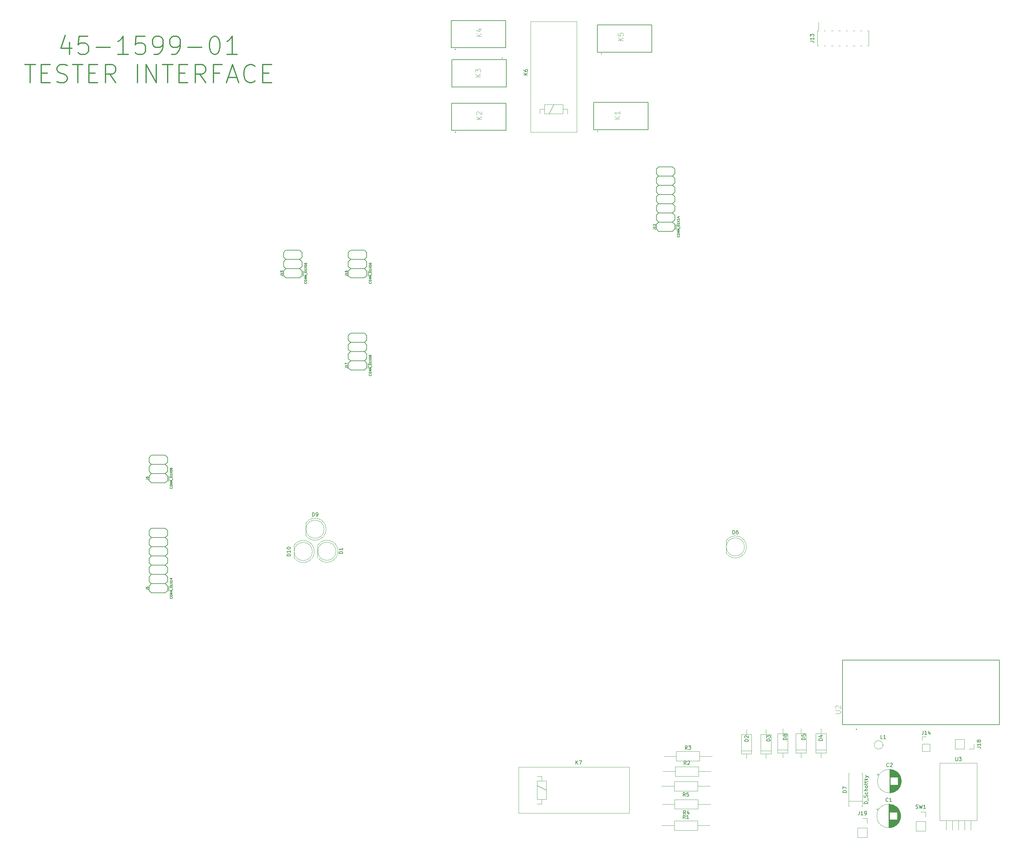
<source format=gbr>
G04 #@! TF.FileFunction,Legend,Top*
%FSLAX46Y46*%
G04 Gerber Fmt 4.6, Leading zero omitted, Abs format (unit mm)*
G04 Created by KiCad (PCBNEW 4.0.6) date 02/21/20 15:01:47*
%MOMM*%
%LPD*%
G01*
G04 APERTURE LIST*
%ADD10C,0.100000*%
%ADD11C,0.300000*%
%ADD12C,0.203200*%
%ADD13C,0.150000*%
%ADD14C,0.120000*%
%ADD15C,0.127000*%
%ADD16C,0.200000*%
%ADD17C,0.015000*%
G04 APERTURE END LIST*
D10*
D11*
X243271237Y-92767771D02*
X243271237Y-96101105D01*
X242080761Y-90863010D02*
X240890285Y-94434438D01*
X243985523Y-94434438D01*
X248271238Y-91101105D02*
X245890285Y-91101105D01*
X245652190Y-93482057D01*
X245890285Y-93243962D01*
X246366476Y-93005867D01*
X247556952Y-93005867D01*
X248033142Y-93243962D01*
X248271238Y-93482057D01*
X248509333Y-93958248D01*
X248509333Y-95148724D01*
X248271238Y-95624914D01*
X248033142Y-95863010D01*
X247556952Y-96101105D01*
X246366476Y-96101105D01*
X245890285Y-95863010D01*
X245652190Y-95624914D01*
X250652190Y-94196343D02*
X254461714Y-94196343D01*
X259461714Y-96101105D02*
X256604571Y-96101105D01*
X258033142Y-96101105D02*
X258033142Y-91101105D01*
X257556952Y-91815390D01*
X257080761Y-92291581D01*
X256604571Y-92529676D01*
X263985524Y-91101105D02*
X261604571Y-91101105D01*
X261366476Y-93482057D01*
X261604571Y-93243962D01*
X262080762Y-93005867D01*
X263271238Y-93005867D01*
X263747428Y-93243962D01*
X263985524Y-93482057D01*
X264223619Y-93958248D01*
X264223619Y-95148724D01*
X263985524Y-95624914D01*
X263747428Y-95863010D01*
X263271238Y-96101105D01*
X262080762Y-96101105D01*
X261604571Y-95863010D01*
X261366476Y-95624914D01*
X266604571Y-96101105D02*
X267556952Y-96101105D01*
X268033143Y-95863010D01*
X268271238Y-95624914D01*
X268747429Y-94910629D01*
X268985524Y-93958248D01*
X268985524Y-92053486D01*
X268747429Y-91577295D01*
X268509333Y-91339200D01*
X268033143Y-91101105D01*
X267080762Y-91101105D01*
X266604571Y-91339200D01*
X266366476Y-91577295D01*
X266128381Y-92053486D01*
X266128381Y-93243962D01*
X266366476Y-93720152D01*
X266604571Y-93958248D01*
X267080762Y-94196343D01*
X268033143Y-94196343D01*
X268509333Y-93958248D01*
X268747429Y-93720152D01*
X268985524Y-93243962D01*
X271366476Y-96101105D02*
X272318857Y-96101105D01*
X272795048Y-95863010D01*
X273033143Y-95624914D01*
X273509334Y-94910629D01*
X273747429Y-93958248D01*
X273747429Y-92053486D01*
X273509334Y-91577295D01*
X273271238Y-91339200D01*
X272795048Y-91101105D01*
X271842667Y-91101105D01*
X271366476Y-91339200D01*
X271128381Y-91577295D01*
X270890286Y-92053486D01*
X270890286Y-93243962D01*
X271128381Y-93720152D01*
X271366476Y-93958248D01*
X271842667Y-94196343D01*
X272795048Y-94196343D01*
X273271238Y-93958248D01*
X273509334Y-93720152D01*
X273747429Y-93243962D01*
X275890286Y-94196343D02*
X279699810Y-94196343D01*
X283033143Y-91101105D02*
X283509334Y-91101105D01*
X283985524Y-91339200D01*
X284223619Y-91577295D01*
X284461715Y-92053486D01*
X284699810Y-93005867D01*
X284699810Y-94196343D01*
X284461715Y-95148724D01*
X284223619Y-95624914D01*
X283985524Y-95863010D01*
X283509334Y-96101105D01*
X283033143Y-96101105D01*
X282556953Y-95863010D01*
X282318857Y-95624914D01*
X282080762Y-95148724D01*
X281842667Y-94196343D01*
X281842667Y-93005867D01*
X282080762Y-92053486D01*
X282318857Y-91577295D01*
X282556953Y-91339200D01*
X283033143Y-91101105D01*
X289461715Y-96101105D02*
X286604572Y-96101105D01*
X288033143Y-96101105D02*
X288033143Y-91101105D01*
X287556953Y-91815390D01*
X287080762Y-92291581D01*
X286604572Y-92529676D01*
X231009332Y-98901105D02*
X233866475Y-98901105D01*
X232437904Y-103901105D02*
X232437904Y-98901105D01*
X235533142Y-101282057D02*
X237199809Y-101282057D01*
X237914095Y-103901105D02*
X235533142Y-103901105D01*
X235533142Y-98901105D01*
X237914095Y-98901105D01*
X239818857Y-103663010D02*
X240533143Y-103901105D01*
X241723619Y-103901105D01*
X242199809Y-103663010D01*
X242437905Y-103424914D01*
X242676000Y-102948724D01*
X242676000Y-102472533D01*
X242437905Y-101996343D01*
X242199809Y-101758248D01*
X241723619Y-101520152D01*
X240771238Y-101282057D01*
X240295047Y-101043962D01*
X240056952Y-100805867D01*
X239818857Y-100329676D01*
X239818857Y-99853486D01*
X240056952Y-99377295D01*
X240295047Y-99139200D01*
X240771238Y-98901105D01*
X241961714Y-98901105D01*
X242676000Y-99139200D01*
X244104571Y-98901105D02*
X246961714Y-98901105D01*
X245533143Y-103901105D02*
X245533143Y-98901105D01*
X248628381Y-101282057D02*
X250295048Y-101282057D01*
X251009334Y-103901105D02*
X248628381Y-103901105D01*
X248628381Y-98901105D01*
X251009334Y-98901105D01*
X256009334Y-103901105D02*
X254342667Y-101520152D01*
X253152191Y-103901105D02*
X253152191Y-98901105D01*
X255056953Y-98901105D01*
X255533144Y-99139200D01*
X255771239Y-99377295D01*
X256009334Y-99853486D01*
X256009334Y-100567771D01*
X255771239Y-101043962D01*
X255533144Y-101282057D01*
X255056953Y-101520152D01*
X253152191Y-101520152D01*
X261961715Y-103901105D02*
X261961715Y-98901105D01*
X264342667Y-103901105D02*
X264342667Y-98901105D01*
X267199810Y-103901105D01*
X267199810Y-98901105D01*
X268866476Y-98901105D02*
X271723619Y-98901105D01*
X270295048Y-103901105D02*
X270295048Y-98901105D01*
X273390286Y-101282057D02*
X275056953Y-101282057D01*
X275771239Y-103901105D02*
X273390286Y-103901105D01*
X273390286Y-98901105D01*
X275771239Y-98901105D01*
X280771239Y-103901105D02*
X279104572Y-101520152D01*
X277914096Y-103901105D02*
X277914096Y-98901105D01*
X279818858Y-98901105D01*
X280295049Y-99139200D01*
X280533144Y-99377295D01*
X280771239Y-99853486D01*
X280771239Y-100567771D01*
X280533144Y-101043962D01*
X280295049Y-101282057D01*
X279818858Y-101520152D01*
X277914096Y-101520152D01*
X284580763Y-101282057D02*
X282914096Y-101282057D01*
X282914096Y-103901105D02*
X282914096Y-98901105D01*
X285295049Y-98901105D01*
X286961715Y-102472533D02*
X289342667Y-102472533D01*
X286485524Y-103901105D02*
X288152191Y-98901105D01*
X289818858Y-103901105D01*
X294342667Y-103424914D02*
X294104572Y-103663010D01*
X293390286Y-103901105D01*
X292914096Y-103901105D01*
X292199810Y-103663010D01*
X291723619Y-103186819D01*
X291485524Y-102710629D01*
X291247429Y-101758248D01*
X291247429Y-101043962D01*
X291485524Y-100091581D01*
X291723619Y-99615390D01*
X292199810Y-99139200D01*
X292914096Y-98901105D01*
X293390286Y-98901105D01*
X294104572Y-99139200D01*
X294342667Y-99377295D01*
X296485524Y-101282057D02*
X298152191Y-101282057D01*
X298866477Y-103901105D02*
X296485524Y-103901105D01*
X296485524Y-98901105D01*
X298866477Y-98901105D01*
D12*
X270270000Y-242565000D02*
X269635000Y-241930000D01*
X269635000Y-241930000D02*
X270270000Y-241295000D01*
X270270000Y-240025000D02*
X269635000Y-239390000D01*
X269635000Y-239390000D02*
X270270000Y-238755000D01*
X270270000Y-237485000D02*
X269635000Y-236850000D01*
X269635000Y-236850000D02*
X270270000Y-236215000D01*
X270270000Y-234945000D02*
X269635000Y-234310000D01*
X269635000Y-234310000D02*
X270270000Y-233675000D01*
X270270000Y-232405000D02*
X269635000Y-231770000D01*
X269635000Y-231770000D02*
X270270000Y-231135000D01*
X270270000Y-229865000D02*
X269635000Y-229230000D01*
X265190000Y-243835000D02*
X265190000Y-242565000D01*
X265190000Y-242565000D02*
X265825000Y-241930000D01*
X265825000Y-241930000D02*
X265190000Y-241295000D01*
X265190000Y-241295000D02*
X265190000Y-240025000D01*
X265190000Y-240025000D02*
X265825000Y-239390000D01*
X265825000Y-239390000D02*
X265190000Y-238755000D01*
X265190000Y-238755000D02*
X265190000Y-237485000D01*
X265190000Y-237485000D02*
X265825000Y-236850000D01*
X265825000Y-236850000D02*
X265190000Y-236215000D01*
X265190000Y-236215000D02*
X265190000Y-234945000D01*
X265190000Y-234945000D02*
X265825000Y-234310000D01*
X265825000Y-234310000D02*
X265190000Y-233675000D01*
X265190000Y-233675000D02*
X265190000Y-232405000D01*
X265190000Y-232405000D02*
X265825000Y-231770000D01*
X265825000Y-231770000D02*
X265190000Y-231135000D01*
X265190000Y-231135000D02*
X265190000Y-229865000D01*
X265190000Y-229865000D02*
X265825000Y-229230000D01*
X265825000Y-229230000D02*
X265190000Y-228595000D01*
X265190000Y-228595000D02*
X265190000Y-227325000D01*
X265190000Y-227325000D02*
X265825000Y-226690000D01*
X269635000Y-226690000D02*
X270270000Y-227325000D01*
X269635000Y-229230000D02*
X270270000Y-228595000D01*
X265825000Y-241930000D02*
X269635000Y-241930000D01*
X265825000Y-239390000D02*
X269635000Y-239390000D01*
X265825000Y-236850000D02*
X269635000Y-236850000D01*
X265825000Y-234310000D02*
X269635000Y-234310000D01*
X265825000Y-231770000D02*
X269635000Y-231770000D01*
X265825000Y-229230000D02*
X269635000Y-229230000D01*
X265825000Y-226690000D02*
X269635000Y-226690000D01*
X270270000Y-228595000D02*
X270270000Y-227325000D01*
X270270000Y-231135000D02*
X270270000Y-229865000D01*
X270270000Y-233675000D02*
X270270000Y-232405000D01*
X270270000Y-236215000D02*
X270270000Y-234945000D01*
X270270000Y-238755000D02*
X270270000Y-237485000D01*
X270270000Y-241295000D02*
X270270000Y-240025000D01*
X270270000Y-243835000D02*
X270270000Y-242565000D01*
X269635000Y-244470000D02*
X270270000Y-243835000D01*
X269635000Y-244470000D02*
X265825000Y-244470000D01*
X265825000Y-244470000D02*
X265190000Y-243835000D01*
X270651000Y-243962000D02*
X270651000Y-242565000D01*
X270651000Y-242565000D02*
X270651000Y-243962000D01*
X409870000Y-142965000D02*
X409235000Y-142330000D01*
X409235000Y-142330000D02*
X409870000Y-141695000D01*
X409870000Y-140425000D02*
X409235000Y-139790000D01*
X409235000Y-139790000D02*
X409870000Y-139155000D01*
X409870000Y-137885000D02*
X409235000Y-137250000D01*
X409235000Y-137250000D02*
X409870000Y-136615000D01*
X409870000Y-135345000D02*
X409235000Y-134710000D01*
X409235000Y-134710000D02*
X409870000Y-134075000D01*
X409870000Y-132805000D02*
X409235000Y-132170000D01*
X409235000Y-132170000D02*
X409870000Y-131535000D01*
X409870000Y-130265000D02*
X409235000Y-129630000D01*
X404790000Y-144235000D02*
X404790000Y-142965000D01*
X404790000Y-142965000D02*
X405425000Y-142330000D01*
X405425000Y-142330000D02*
X404790000Y-141695000D01*
X404790000Y-141695000D02*
X404790000Y-140425000D01*
X404790000Y-140425000D02*
X405425000Y-139790000D01*
X405425000Y-139790000D02*
X404790000Y-139155000D01*
X404790000Y-139155000D02*
X404790000Y-137885000D01*
X404790000Y-137885000D02*
X405425000Y-137250000D01*
X405425000Y-137250000D02*
X404790000Y-136615000D01*
X404790000Y-136615000D02*
X404790000Y-135345000D01*
X404790000Y-135345000D02*
X405425000Y-134710000D01*
X405425000Y-134710000D02*
X404790000Y-134075000D01*
X404790000Y-134075000D02*
X404790000Y-132805000D01*
X404790000Y-132805000D02*
X405425000Y-132170000D01*
X405425000Y-132170000D02*
X404790000Y-131535000D01*
X404790000Y-131535000D02*
X404790000Y-130265000D01*
X404790000Y-130265000D02*
X405425000Y-129630000D01*
X405425000Y-129630000D02*
X404790000Y-128995000D01*
X404790000Y-128995000D02*
X404790000Y-127725000D01*
X404790000Y-127725000D02*
X405425000Y-127090000D01*
X409235000Y-127090000D02*
X409870000Y-127725000D01*
X409235000Y-129630000D02*
X409870000Y-128995000D01*
X405425000Y-142330000D02*
X409235000Y-142330000D01*
X405425000Y-139790000D02*
X409235000Y-139790000D01*
X405425000Y-137250000D02*
X409235000Y-137250000D01*
X405425000Y-134710000D02*
X409235000Y-134710000D01*
X405425000Y-132170000D02*
X409235000Y-132170000D01*
X405425000Y-129630000D02*
X409235000Y-129630000D01*
X405425000Y-127090000D02*
X409235000Y-127090000D01*
X409870000Y-128995000D02*
X409870000Y-127725000D01*
X409870000Y-131535000D02*
X409870000Y-130265000D01*
X409870000Y-134075000D02*
X409870000Y-132805000D01*
X409870000Y-136615000D02*
X409870000Y-135345000D01*
X409870000Y-139155000D02*
X409870000Y-137885000D01*
X409870000Y-141695000D02*
X409870000Y-140425000D01*
X409870000Y-144235000D02*
X409870000Y-142965000D01*
X409235000Y-144870000D02*
X409870000Y-144235000D01*
X409235000Y-144870000D02*
X405425000Y-144870000D01*
X405425000Y-144870000D02*
X404790000Y-144235000D01*
X410251000Y-144362000D02*
X410251000Y-142965000D01*
X410251000Y-142965000D02*
X410251000Y-144362000D01*
D13*
X320752000Y-150050000D02*
X324308000Y-150050000D01*
D12*
X325070000Y-155765000D02*
X324435000Y-155130000D01*
X324435000Y-155130000D02*
X325070000Y-154495000D01*
X325070000Y-153225000D02*
X324435000Y-152590000D01*
X324435000Y-152590000D02*
X325070000Y-151955000D01*
X325070000Y-150685000D02*
X324435000Y-150050000D01*
X319990000Y-157035000D02*
X319990000Y-155765000D01*
X319990000Y-155765000D02*
X320625000Y-155130000D01*
X320625000Y-155130000D02*
X319990000Y-154495000D01*
X319990000Y-154495000D02*
X319990000Y-153225000D01*
X319990000Y-153225000D02*
X320625000Y-152590000D01*
X320625000Y-152590000D02*
X319990000Y-151955000D01*
X319990000Y-151955000D02*
X319990000Y-150685000D01*
X319990000Y-150685000D02*
X320625000Y-150050000D01*
X320625000Y-155130000D02*
X324435000Y-155130000D01*
X320625000Y-152590000D02*
X324435000Y-152590000D01*
X325070000Y-151955000D02*
X325070000Y-150685000D01*
X325070000Y-154495000D02*
X325070000Y-153225000D01*
X325070000Y-157035000D02*
X325070000Y-155765000D01*
X324435000Y-157670000D02*
X325070000Y-157035000D01*
X324435000Y-157670000D02*
X320625000Y-157670000D01*
X320625000Y-157670000D02*
X319990000Y-157035000D01*
X325451000Y-157162000D02*
X325451000Y-155765000D01*
X325451000Y-155765000D02*
X325451000Y-157162000D01*
D13*
X302952000Y-150050000D02*
X306508000Y-150050000D01*
D12*
X307270000Y-155765000D02*
X306635000Y-155130000D01*
X306635000Y-155130000D02*
X307270000Y-154495000D01*
X307270000Y-153225000D02*
X306635000Y-152590000D01*
X306635000Y-152590000D02*
X307270000Y-151955000D01*
X307270000Y-150685000D02*
X306635000Y-150050000D01*
X302190000Y-157035000D02*
X302190000Y-155765000D01*
X302190000Y-155765000D02*
X302825000Y-155130000D01*
X302825000Y-155130000D02*
X302190000Y-154495000D01*
X302190000Y-154495000D02*
X302190000Y-153225000D01*
X302190000Y-153225000D02*
X302825000Y-152590000D01*
X302825000Y-152590000D02*
X302190000Y-151955000D01*
X302190000Y-151955000D02*
X302190000Y-150685000D01*
X302190000Y-150685000D02*
X302825000Y-150050000D01*
X302825000Y-155130000D02*
X306635000Y-155130000D01*
X302825000Y-152590000D02*
X306635000Y-152590000D01*
X307270000Y-151955000D02*
X307270000Y-150685000D01*
X307270000Y-154495000D02*
X307270000Y-153225000D01*
X307270000Y-157035000D02*
X307270000Y-155765000D01*
X306635000Y-157670000D02*
X307270000Y-157035000D01*
X306635000Y-157670000D02*
X302825000Y-157670000D01*
X302825000Y-157670000D02*
X302190000Y-157035000D01*
X307651000Y-157162000D02*
X307651000Y-155765000D01*
X307651000Y-155765000D02*
X307651000Y-157162000D01*
D13*
X320752000Y-172910000D02*
X324308000Y-172910000D01*
D12*
X325070000Y-181165000D02*
X324435000Y-180530000D01*
X324435000Y-180530000D02*
X325070000Y-179895000D01*
X325070000Y-178625000D02*
X324435000Y-177990000D01*
X324435000Y-177990000D02*
X325070000Y-177355000D01*
X325070000Y-176085000D02*
X324435000Y-175450000D01*
X324435000Y-175450000D02*
X325070000Y-174815000D01*
X325070000Y-173545000D02*
X324435000Y-172910000D01*
X319990000Y-182435000D02*
X319990000Y-181165000D01*
X319990000Y-181165000D02*
X320625000Y-180530000D01*
X320625000Y-180530000D02*
X319990000Y-179895000D01*
X319990000Y-179895000D02*
X319990000Y-178625000D01*
X319990000Y-178625000D02*
X320625000Y-177990000D01*
X320625000Y-177990000D02*
X319990000Y-177355000D01*
X319990000Y-177355000D02*
X319990000Y-176085000D01*
X319990000Y-176085000D02*
X320625000Y-175450000D01*
X320625000Y-175450000D02*
X319990000Y-174815000D01*
X319990000Y-174815000D02*
X319990000Y-173545000D01*
X319990000Y-173545000D02*
X320625000Y-172910000D01*
X320625000Y-180530000D02*
X324435000Y-180530000D01*
X320625000Y-177990000D02*
X324435000Y-177990000D01*
X320625000Y-175450000D02*
X324435000Y-175450000D01*
X325070000Y-174815000D02*
X325070000Y-173545000D01*
X325070000Y-177355000D02*
X325070000Y-176085000D01*
X325070000Y-179895000D02*
X325070000Y-178625000D01*
X325070000Y-182435000D02*
X325070000Y-181165000D01*
X324435000Y-183070000D02*
X325070000Y-182435000D01*
X324435000Y-183070000D02*
X320625000Y-183070000D01*
X320625000Y-183070000D02*
X319990000Y-182435000D01*
X325451000Y-182562000D02*
X325451000Y-181165000D01*
X325451000Y-181165000D02*
X325451000Y-182562000D01*
D14*
X472058000Y-305918000D02*
G75*
G03X472058000Y-305918000I-3270000J0D01*
G01*
X468788000Y-302688000D02*
X468788000Y-309148000D01*
X468828000Y-302688000D02*
X468828000Y-309148000D01*
X468868000Y-302688000D02*
X468868000Y-309148000D01*
X468908000Y-302690000D02*
X468908000Y-309146000D01*
X468948000Y-302691000D02*
X468948000Y-309145000D01*
X468988000Y-302694000D02*
X468988000Y-309142000D01*
X469028000Y-302696000D02*
X469028000Y-304878000D01*
X469028000Y-306958000D02*
X469028000Y-309140000D01*
X469068000Y-302700000D02*
X469068000Y-304878000D01*
X469068000Y-306958000D02*
X469068000Y-309136000D01*
X469108000Y-302703000D02*
X469108000Y-304878000D01*
X469108000Y-306958000D02*
X469108000Y-309133000D01*
X469148000Y-302707000D02*
X469148000Y-304878000D01*
X469148000Y-306958000D02*
X469148000Y-309129000D01*
X469188000Y-302712000D02*
X469188000Y-304878000D01*
X469188000Y-306958000D02*
X469188000Y-309124000D01*
X469228000Y-302717000D02*
X469228000Y-304878000D01*
X469228000Y-306958000D02*
X469228000Y-309119000D01*
X469268000Y-302723000D02*
X469268000Y-304878000D01*
X469268000Y-306958000D02*
X469268000Y-309113000D01*
X469308000Y-302729000D02*
X469308000Y-304878000D01*
X469308000Y-306958000D02*
X469308000Y-309107000D01*
X469348000Y-302736000D02*
X469348000Y-304878000D01*
X469348000Y-306958000D02*
X469348000Y-309100000D01*
X469388000Y-302743000D02*
X469388000Y-304878000D01*
X469388000Y-306958000D02*
X469388000Y-309093000D01*
X469428000Y-302751000D02*
X469428000Y-304878000D01*
X469428000Y-306958000D02*
X469428000Y-309085000D01*
X469468000Y-302759000D02*
X469468000Y-304878000D01*
X469468000Y-306958000D02*
X469468000Y-309077000D01*
X469509000Y-302768000D02*
X469509000Y-304878000D01*
X469509000Y-306958000D02*
X469509000Y-309068000D01*
X469549000Y-302777000D02*
X469549000Y-304878000D01*
X469549000Y-306958000D02*
X469549000Y-309059000D01*
X469589000Y-302787000D02*
X469589000Y-304878000D01*
X469589000Y-306958000D02*
X469589000Y-309049000D01*
X469629000Y-302797000D02*
X469629000Y-304878000D01*
X469629000Y-306958000D02*
X469629000Y-309039000D01*
X469669000Y-302808000D02*
X469669000Y-304878000D01*
X469669000Y-306958000D02*
X469669000Y-309028000D01*
X469709000Y-302820000D02*
X469709000Y-304878000D01*
X469709000Y-306958000D02*
X469709000Y-309016000D01*
X469749000Y-302832000D02*
X469749000Y-304878000D01*
X469749000Y-306958000D02*
X469749000Y-309004000D01*
X469789000Y-302844000D02*
X469789000Y-304878000D01*
X469789000Y-306958000D02*
X469789000Y-308992000D01*
X469829000Y-302857000D02*
X469829000Y-304878000D01*
X469829000Y-306958000D02*
X469829000Y-308979000D01*
X469869000Y-302871000D02*
X469869000Y-304878000D01*
X469869000Y-306958000D02*
X469869000Y-308965000D01*
X469909000Y-302885000D02*
X469909000Y-304878000D01*
X469909000Y-306958000D02*
X469909000Y-308951000D01*
X469949000Y-302900000D02*
X469949000Y-304878000D01*
X469949000Y-306958000D02*
X469949000Y-308936000D01*
X469989000Y-302916000D02*
X469989000Y-304878000D01*
X469989000Y-306958000D02*
X469989000Y-308920000D01*
X470029000Y-302932000D02*
X470029000Y-304878000D01*
X470029000Y-306958000D02*
X470029000Y-308904000D01*
X470069000Y-302948000D02*
X470069000Y-304878000D01*
X470069000Y-306958000D02*
X470069000Y-308888000D01*
X470109000Y-302966000D02*
X470109000Y-304878000D01*
X470109000Y-306958000D02*
X470109000Y-308870000D01*
X470149000Y-302984000D02*
X470149000Y-304878000D01*
X470149000Y-306958000D02*
X470149000Y-308852000D01*
X470189000Y-303002000D02*
X470189000Y-304878000D01*
X470189000Y-306958000D02*
X470189000Y-308834000D01*
X470229000Y-303022000D02*
X470229000Y-304878000D01*
X470229000Y-306958000D02*
X470229000Y-308814000D01*
X470269000Y-303042000D02*
X470269000Y-304878000D01*
X470269000Y-306958000D02*
X470269000Y-308794000D01*
X470309000Y-303062000D02*
X470309000Y-304878000D01*
X470309000Y-306958000D02*
X470309000Y-308774000D01*
X470349000Y-303084000D02*
X470349000Y-304878000D01*
X470349000Y-306958000D02*
X470349000Y-308752000D01*
X470389000Y-303106000D02*
X470389000Y-304878000D01*
X470389000Y-306958000D02*
X470389000Y-308730000D01*
X470429000Y-303128000D02*
X470429000Y-304878000D01*
X470429000Y-306958000D02*
X470429000Y-308708000D01*
X470469000Y-303152000D02*
X470469000Y-304878000D01*
X470469000Y-306958000D02*
X470469000Y-308684000D01*
X470509000Y-303176000D02*
X470509000Y-304878000D01*
X470509000Y-306958000D02*
X470509000Y-308660000D01*
X470549000Y-303202000D02*
X470549000Y-304878000D01*
X470549000Y-306958000D02*
X470549000Y-308634000D01*
X470589000Y-303228000D02*
X470589000Y-304878000D01*
X470589000Y-306958000D02*
X470589000Y-308608000D01*
X470629000Y-303254000D02*
X470629000Y-304878000D01*
X470629000Y-306958000D02*
X470629000Y-308582000D01*
X470669000Y-303282000D02*
X470669000Y-304878000D01*
X470669000Y-306958000D02*
X470669000Y-308554000D01*
X470709000Y-303311000D02*
X470709000Y-304878000D01*
X470709000Y-306958000D02*
X470709000Y-308525000D01*
X470749000Y-303340000D02*
X470749000Y-304878000D01*
X470749000Y-306958000D02*
X470749000Y-308496000D01*
X470789000Y-303370000D02*
X470789000Y-304878000D01*
X470789000Y-306958000D02*
X470789000Y-308466000D01*
X470829000Y-303402000D02*
X470829000Y-304878000D01*
X470829000Y-306958000D02*
X470829000Y-308434000D01*
X470869000Y-303434000D02*
X470869000Y-304878000D01*
X470869000Y-306958000D02*
X470869000Y-308402000D01*
X470909000Y-303468000D02*
X470909000Y-304878000D01*
X470909000Y-306958000D02*
X470909000Y-308368000D01*
X470949000Y-303502000D02*
X470949000Y-304878000D01*
X470949000Y-306958000D02*
X470949000Y-308334000D01*
X470989000Y-303538000D02*
X470989000Y-304878000D01*
X470989000Y-306958000D02*
X470989000Y-308298000D01*
X471029000Y-303575000D02*
X471029000Y-304878000D01*
X471029000Y-306958000D02*
X471029000Y-308261000D01*
X471069000Y-303613000D02*
X471069000Y-304878000D01*
X471069000Y-306958000D02*
X471069000Y-308223000D01*
X471109000Y-303653000D02*
X471109000Y-308183000D01*
X471149000Y-303694000D02*
X471149000Y-308142000D01*
X471189000Y-303736000D02*
X471189000Y-308100000D01*
X471229000Y-303781000D02*
X471229000Y-308055000D01*
X471269000Y-303826000D02*
X471269000Y-308010000D01*
X471309000Y-303874000D02*
X471309000Y-307962000D01*
X471349000Y-303923000D02*
X471349000Y-307913000D01*
X471389000Y-303974000D02*
X471389000Y-307862000D01*
X471429000Y-304028000D02*
X471429000Y-307808000D01*
X471469000Y-304084000D02*
X471469000Y-307752000D01*
X471509000Y-304142000D02*
X471509000Y-307694000D01*
X471549000Y-304204000D02*
X471549000Y-307632000D01*
X471589000Y-304268000D02*
X471589000Y-307568000D01*
X471629000Y-304337000D02*
X471629000Y-307499000D01*
X471669000Y-304409000D02*
X471669000Y-307427000D01*
X471709000Y-304486000D02*
X471709000Y-307350000D01*
X471749000Y-304568000D02*
X471749000Y-307268000D01*
X471789000Y-304656000D02*
X471789000Y-307180000D01*
X471829000Y-304753000D02*
X471829000Y-307083000D01*
X471869000Y-304859000D02*
X471869000Y-306977000D01*
X471909000Y-304978000D02*
X471909000Y-306858000D01*
X471949000Y-305116000D02*
X471949000Y-306720000D01*
X471989000Y-305285000D02*
X471989000Y-306551000D01*
X472029000Y-305516000D02*
X472029000Y-306320000D01*
X465287759Y-304079000D02*
X465917759Y-304079000D01*
X465602759Y-303764000D02*
X465602759Y-304394000D01*
X472236000Y-296316000D02*
G75*
G03X472236000Y-296316000I-3270000J0D01*
G01*
X468966000Y-293086000D02*
X468966000Y-299546000D01*
X469006000Y-293086000D02*
X469006000Y-299546000D01*
X469046000Y-293086000D02*
X469046000Y-299546000D01*
X469086000Y-293088000D02*
X469086000Y-299544000D01*
X469126000Y-293089000D02*
X469126000Y-299543000D01*
X469166000Y-293092000D02*
X469166000Y-299540000D01*
X469206000Y-293094000D02*
X469206000Y-295276000D01*
X469206000Y-297356000D02*
X469206000Y-299538000D01*
X469246000Y-293098000D02*
X469246000Y-295276000D01*
X469246000Y-297356000D02*
X469246000Y-299534000D01*
X469286000Y-293101000D02*
X469286000Y-295276000D01*
X469286000Y-297356000D02*
X469286000Y-299531000D01*
X469326000Y-293105000D02*
X469326000Y-295276000D01*
X469326000Y-297356000D02*
X469326000Y-299527000D01*
X469366000Y-293110000D02*
X469366000Y-295276000D01*
X469366000Y-297356000D02*
X469366000Y-299522000D01*
X469406000Y-293115000D02*
X469406000Y-295276000D01*
X469406000Y-297356000D02*
X469406000Y-299517000D01*
X469446000Y-293121000D02*
X469446000Y-295276000D01*
X469446000Y-297356000D02*
X469446000Y-299511000D01*
X469486000Y-293127000D02*
X469486000Y-295276000D01*
X469486000Y-297356000D02*
X469486000Y-299505000D01*
X469526000Y-293134000D02*
X469526000Y-295276000D01*
X469526000Y-297356000D02*
X469526000Y-299498000D01*
X469566000Y-293141000D02*
X469566000Y-295276000D01*
X469566000Y-297356000D02*
X469566000Y-299491000D01*
X469606000Y-293149000D02*
X469606000Y-295276000D01*
X469606000Y-297356000D02*
X469606000Y-299483000D01*
X469646000Y-293157000D02*
X469646000Y-295276000D01*
X469646000Y-297356000D02*
X469646000Y-299475000D01*
X469687000Y-293166000D02*
X469687000Y-295276000D01*
X469687000Y-297356000D02*
X469687000Y-299466000D01*
X469727000Y-293175000D02*
X469727000Y-295276000D01*
X469727000Y-297356000D02*
X469727000Y-299457000D01*
X469767000Y-293185000D02*
X469767000Y-295276000D01*
X469767000Y-297356000D02*
X469767000Y-299447000D01*
X469807000Y-293195000D02*
X469807000Y-295276000D01*
X469807000Y-297356000D02*
X469807000Y-299437000D01*
X469847000Y-293206000D02*
X469847000Y-295276000D01*
X469847000Y-297356000D02*
X469847000Y-299426000D01*
X469887000Y-293218000D02*
X469887000Y-295276000D01*
X469887000Y-297356000D02*
X469887000Y-299414000D01*
X469927000Y-293230000D02*
X469927000Y-295276000D01*
X469927000Y-297356000D02*
X469927000Y-299402000D01*
X469967000Y-293242000D02*
X469967000Y-295276000D01*
X469967000Y-297356000D02*
X469967000Y-299390000D01*
X470007000Y-293255000D02*
X470007000Y-295276000D01*
X470007000Y-297356000D02*
X470007000Y-299377000D01*
X470047000Y-293269000D02*
X470047000Y-295276000D01*
X470047000Y-297356000D02*
X470047000Y-299363000D01*
X470087000Y-293283000D02*
X470087000Y-295276000D01*
X470087000Y-297356000D02*
X470087000Y-299349000D01*
X470127000Y-293298000D02*
X470127000Y-295276000D01*
X470127000Y-297356000D02*
X470127000Y-299334000D01*
X470167000Y-293314000D02*
X470167000Y-295276000D01*
X470167000Y-297356000D02*
X470167000Y-299318000D01*
X470207000Y-293330000D02*
X470207000Y-295276000D01*
X470207000Y-297356000D02*
X470207000Y-299302000D01*
X470247000Y-293346000D02*
X470247000Y-295276000D01*
X470247000Y-297356000D02*
X470247000Y-299286000D01*
X470287000Y-293364000D02*
X470287000Y-295276000D01*
X470287000Y-297356000D02*
X470287000Y-299268000D01*
X470327000Y-293382000D02*
X470327000Y-295276000D01*
X470327000Y-297356000D02*
X470327000Y-299250000D01*
X470367000Y-293400000D02*
X470367000Y-295276000D01*
X470367000Y-297356000D02*
X470367000Y-299232000D01*
X470407000Y-293420000D02*
X470407000Y-295276000D01*
X470407000Y-297356000D02*
X470407000Y-299212000D01*
X470447000Y-293440000D02*
X470447000Y-295276000D01*
X470447000Y-297356000D02*
X470447000Y-299192000D01*
X470487000Y-293460000D02*
X470487000Y-295276000D01*
X470487000Y-297356000D02*
X470487000Y-299172000D01*
X470527000Y-293482000D02*
X470527000Y-295276000D01*
X470527000Y-297356000D02*
X470527000Y-299150000D01*
X470567000Y-293504000D02*
X470567000Y-295276000D01*
X470567000Y-297356000D02*
X470567000Y-299128000D01*
X470607000Y-293526000D02*
X470607000Y-295276000D01*
X470607000Y-297356000D02*
X470607000Y-299106000D01*
X470647000Y-293550000D02*
X470647000Y-295276000D01*
X470647000Y-297356000D02*
X470647000Y-299082000D01*
X470687000Y-293574000D02*
X470687000Y-295276000D01*
X470687000Y-297356000D02*
X470687000Y-299058000D01*
X470727000Y-293600000D02*
X470727000Y-295276000D01*
X470727000Y-297356000D02*
X470727000Y-299032000D01*
X470767000Y-293626000D02*
X470767000Y-295276000D01*
X470767000Y-297356000D02*
X470767000Y-299006000D01*
X470807000Y-293652000D02*
X470807000Y-295276000D01*
X470807000Y-297356000D02*
X470807000Y-298980000D01*
X470847000Y-293680000D02*
X470847000Y-295276000D01*
X470847000Y-297356000D02*
X470847000Y-298952000D01*
X470887000Y-293709000D02*
X470887000Y-295276000D01*
X470887000Y-297356000D02*
X470887000Y-298923000D01*
X470927000Y-293738000D02*
X470927000Y-295276000D01*
X470927000Y-297356000D02*
X470927000Y-298894000D01*
X470967000Y-293768000D02*
X470967000Y-295276000D01*
X470967000Y-297356000D02*
X470967000Y-298864000D01*
X471007000Y-293800000D02*
X471007000Y-295276000D01*
X471007000Y-297356000D02*
X471007000Y-298832000D01*
X471047000Y-293832000D02*
X471047000Y-295276000D01*
X471047000Y-297356000D02*
X471047000Y-298800000D01*
X471087000Y-293866000D02*
X471087000Y-295276000D01*
X471087000Y-297356000D02*
X471087000Y-298766000D01*
X471127000Y-293900000D02*
X471127000Y-295276000D01*
X471127000Y-297356000D02*
X471127000Y-298732000D01*
X471167000Y-293936000D02*
X471167000Y-295276000D01*
X471167000Y-297356000D02*
X471167000Y-298696000D01*
X471207000Y-293973000D02*
X471207000Y-295276000D01*
X471207000Y-297356000D02*
X471207000Y-298659000D01*
X471247000Y-294011000D02*
X471247000Y-295276000D01*
X471247000Y-297356000D02*
X471247000Y-298621000D01*
X471287000Y-294051000D02*
X471287000Y-298581000D01*
X471327000Y-294092000D02*
X471327000Y-298540000D01*
X471367000Y-294134000D02*
X471367000Y-298498000D01*
X471407000Y-294179000D02*
X471407000Y-298453000D01*
X471447000Y-294224000D02*
X471447000Y-298408000D01*
X471487000Y-294272000D02*
X471487000Y-298360000D01*
X471527000Y-294321000D02*
X471527000Y-298311000D01*
X471567000Y-294372000D02*
X471567000Y-298260000D01*
X471607000Y-294426000D02*
X471607000Y-298206000D01*
X471647000Y-294482000D02*
X471647000Y-298150000D01*
X471687000Y-294540000D02*
X471687000Y-298092000D01*
X471727000Y-294602000D02*
X471727000Y-298030000D01*
X471767000Y-294666000D02*
X471767000Y-297966000D01*
X471807000Y-294735000D02*
X471807000Y-297897000D01*
X471847000Y-294807000D02*
X471847000Y-297825000D01*
X471887000Y-294884000D02*
X471887000Y-297748000D01*
X471927000Y-294966000D02*
X471927000Y-297666000D01*
X471967000Y-295054000D02*
X471967000Y-297578000D01*
X472007000Y-295151000D02*
X472007000Y-297481000D01*
X472047000Y-295257000D02*
X472047000Y-297375000D01*
X472087000Y-295376000D02*
X472087000Y-297256000D01*
X472127000Y-295514000D02*
X472127000Y-297118000D01*
X472167000Y-295683000D02*
X472167000Y-296949000D01*
X472207000Y-295914000D02*
X472207000Y-296718000D01*
X465465759Y-294477000D02*
X466095759Y-294477000D01*
X465780759Y-294162000D02*
X465780759Y-294792000D01*
X317161999Y-232996958D02*
G75*
G03X311562000Y-231355488I-3039999J1958D01*
G01*
X317161999Y-232993042D02*
G75*
G02X311562000Y-234634512I-3039999J-1958D01*
G01*
X316622000Y-232995000D02*
G75*
G03X316622000Y-232995000I-2500000J0D01*
G01*
X311562000Y-231355000D02*
X311562000Y-234635000D01*
X428206000Y-288816000D02*
X431026000Y-288816000D01*
X431026000Y-288816000D02*
X431026000Y-283496000D01*
X431026000Y-283496000D02*
X428206000Y-283496000D01*
X428206000Y-283496000D02*
X428206000Y-288816000D01*
X429616000Y-290156000D02*
X429616000Y-288816000D01*
X429616000Y-282156000D02*
X429616000Y-283496000D01*
X428206000Y-287976000D02*
X431026000Y-287976000D01*
X433565000Y-288766000D02*
X436385000Y-288766000D01*
X436385000Y-288766000D02*
X436385000Y-283446000D01*
X436385000Y-283446000D02*
X433565000Y-283446000D01*
X433565000Y-283446000D02*
X433565000Y-288766000D01*
X434975000Y-290106000D02*
X434975000Y-288766000D01*
X434975000Y-282106000D02*
X434975000Y-283446000D01*
X433565000Y-287926000D02*
X436385000Y-287926000D01*
X448703000Y-288537000D02*
X451523000Y-288537000D01*
X451523000Y-288537000D02*
X451523000Y-283217000D01*
X451523000Y-283217000D02*
X448703000Y-283217000D01*
X448703000Y-283217000D02*
X448703000Y-288537000D01*
X450113000Y-289877000D02*
X450113000Y-288537000D01*
X450113000Y-281877000D02*
X450113000Y-283217000D01*
X448703000Y-287697000D02*
X451523000Y-287697000D01*
X443217000Y-288537000D02*
X446037000Y-288537000D01*
X446037000Y-288537000D02*
X446037000Y-283217000D01*
X446037000Y-283217000D02*
X443217000Y-283217000D01*
X443217000Y-283217000D02*
X443217000Y-288537000D01*
X444627000Y-289877000D02*
X444627000Y-288537000D01*
X444627000Y-281877000D02*
X444627000Y-283217000D01*
X443217000Y-287697000D02*
X446037000Y-287697000D01*
X429607999Y-231801958D02*
G75*
G03X424008000Y-230160488I-3039999J1958D01*
G01*
X429607999Y-231798042D02*
G75*
G02X424008000Y-233439512I-3039999J-1958D01*
G01*
X429068000Y-231800000D02*
G75*
G03X429068000Y-231800000I-2500000J0D01*
G01*
X424008000Y-230160000D02*
X424008000Y-233440000D01*
X458033000Y-303239000D02*
X457703000Y-303239000D01*
X457703000Y-303239000D02*
X457703000Y-294219000D01*
X457703000Y-294219000D02*
X458033000Y-294219000D01*
X461193000Y-303239000D02*
X461523000Y-303239000D01*
X461523000Y-303239000D02*
X461523000Y-294219000D01*
X461523000Y-294219000D02*
X461193000Y-294219000D01*
X457703000Y-301844000D02*
X461523000Y-301844000D01*
X438188000Y-288537000D02*
X441008000Y-288537000D01*
X441008000Y-288537000D02*
X441008000Y-283217000D01*
X441008000Y-283217000D02*
X438188000Y-283217000D01*
X438188000Y-283217000D02*
X438188000Y-288537000D01*
X439598000Y-289877000D02*
X439598000Y-288537000D01*
X439598000Y-281877000D02*
X439598000Y-283217000D01*
X438188000Y-287697000D02*
X441008000Y-287697000D01*
X313910999Y-226925958D02*
G75*
G03X308311000Y-225284488I-3039999J1958D01*
G01*
X313910999Y-226922042D02*
G75*
G02X308311000Y-228563512I-3039999J-1958D01*
G01*
X313371000Y-226924000D02*
G75*
G03X313371000Y-226924000I-2500000J0D01*
G01*
X308311000Y-225284000D02*
X308311000Y-228564000D01*
X310659999Y-233072958D02*
G75*
G03X305060000Y-231431488I-3039999J1958D01*
G01*
X310659999Y-233069042D02*
G75*
G02X305060000Y-234710512I-3039999J-1958D01*
G01*
X310120000Y-233071000D02*
G75*
G03X310120000Y-233071000I-2500000J0D01*
G01*
X305060000Y-231431000D02*
X305060000Y-234711000D01*
D15*
X387572000Y-116829000D02*
X387572000Y-109329000D01*
X387572000Y-109329000D02*
X402572000Y-109329000D01*
X402572000Y-109329000D02*
X402572000Y-116829000D01*
X402572000Y-116829000D02*
X387572000Y-116829000D01*
D16*
X388802000Y-117279000D02*
G75*
G03X388802000Y-117279000I-100000J0D01*
G01*
D15*
X348405000Y-117058000D02*
X348405000Y-109558000D01*
X348405000Y-109558000D02*
X363405000Y-109558000D01*
X363405000Y-109558000D02*
X363405000Y-117058000D01*
X363405000Y-117058000D02*
X348405000Y-117058000D01*
D16*
X349635000Y-117508000D02*
G75*
G03X349635000Y-117508000I-100000J0D01*
G01*
D15*
X363481000Y-97572000D02*
X363481000Y-105072000D01*
X363481000Y-105072000D02*
X348481000Y-105072000D01*
X348481000Y-105072000D02*
X348481000Y-97572000D01*
X348481000Y-97572000D02*
X363481000Y-97572000D01*
D16*
X362451000Y-97122000D02*
G75*
G03X362451000Y-97122000I-100000J0D01*
G01*
D15*
X348354000Y-94274000D02*
X348354000Y-86774000D01*
X348354000Y-86774000D02*
X363354000Y-86774000D01*
X363354000Y-86774000D02*
X363354000Y-94274000D01*
X363354000Y-94274000D02*
X348354000Y-94274000D01*
D16*
X349584000Y-94724000D02*
G75*
G03X349584000Y-94724000I-100000J0D01*
G01*
D15*
X388588000Y-95493200D02*
X388588000Y-87993200D01*
X388588000Y-87993200D02*
X403588000Y-87993200D01*
X403588000Y-87993200D02*
X403588000Y-95493200D01*
X403588000Y-95493200D02*
X388588000Y-95493200D01*
D16*
X389818000Y-95943200D02*
G75*
G03X389818000Y-95943200I-100000J0D01*
G01*
D14*
X476266000Y-307442000D02*
X478926000Y-307442000D01*
X476266000Y-307442000D02*
X476266000Y-310042000D01*
X476266000Y-310042000D02*
X478926000Y-310042000D01*
X478926000Y-307442000D02*
X478926000Y-310042000D01*
X478926000Y-304842000D02*
X478926000Y-306172000D01*
X477596000Y-304842000D02*
X478926000Y-304842000D01*
D16*
X459972000Y-282056000D02*
G75*
G03X459972000Y-282056000I-100000J0D01*
G01*
D15*
X456082000Y-280746000D02*
X456082000Y-262966000D01*
X456082000Y-262966000D02*
X499262000Y-262966000D01*
X499262000Y-262966000D02*
X499262000Y-280746000D01*
X499262000Y-280746000D02*
X456082000Y-280746000D01*
D14*
X478009000Y-288150000D02*
X480129000Y-288150000D01*
X478009000Y-286090000D02*
X478009000Y-288150000D01*
X480129000Y-286090000D02*
X480129000Y-288150000D01*
X478009000Y-286090000D02*
X480129000Y-286090000D01*
X478009000Y-285090000D02*
X478009000Y-284030000D01*
X478009000Y-284030000D02*
X479069000Y-284030000D01*
X375260000Y-112471000D02*
X376530000Y-109931000D01*
X379070000Y-111201000D02*
X380340000Y-111201000D01*
X380340000Y-111201000D02*
X380340000Y-112471000D01*
X372720000Y-112471000D02*
X372720000Y-111201000D01*
X372720000Y-111201000D02*
X373990000Y-111201000D01*
X373990000Y-111201000D02*
X373990000Y-109931000D01*
X373990000Y-109931000D02*
X379070000Y-109931000D01*
X379070000Y-109931000D02*
X379070000Y-112471000D01*
X379070000Y-112471000D02*
X373990000Y-112471000D01*
X373990000Y-112471000D02*
X373990000Y-111201000D01*
X370180000Y-117551000D02*
X370180000Y-87071000D01*
X370180000Y-87071000D02*
X382880000Y-87071000D01*
X382880000Y-87071000D02*
X382880000Y-117551000D01*
X382880000Y-117551000D02*
X370180000Y-117551000D01*
X482835000Y-307206000D02*
X493076000Y-307206000D01*
X482835000Y-291316000D02*
X493076000Y-291316000D01*
X482835000Y-291316000D02*
X482835000Y-307206000D01*
X493076000Y-291316000D02*
X493076000Y-307206000D01*
X484556000Y-307206000D02*
X484556000Y-309846000D01*
X486256000Y-307206000D02*
X486256000Y-309846000D01*
X487956000Y-307206000D02*
X487956000Y-309846000D01*
X489656000Y-307206000D02*
X489656000Y-309846000D01*
X491356000Y-307206000D02*
X491356000Y-309846000D01*
X489610000Y-284801000D02*
X489610000Y-287461000D01*
X489610000Y-284801000D02*
X487010000Y-284801000D01*
X487010000Y-284801000D02*
X487010000Y-287461000D01*
X489610000Y-287461000D02*
X487010000Y-287461000D01*
X492210000Y-287461000D02*
X490880000Y-287461000D01*
X492210000Y-286131000D02*
X492210000Y-287461000D01*
X467148000Y-286334000D02*
G75*
G03X467148000Y-286334000I-1160000J0D01*
G01*
X467148000Y-286334000D02*
X467428000Y-286334000D01*
X460188000Y-309220000D02*
X462848000Y-309220000D01*
X460188000Y-309220000D02*
X460188000Y-311820000D01*
X460188000Y-311820000D02*
X462848000Y-311820000D01*
X462848000Y-309220000D02*
X462848000Y-311820000D01*
X462848000Y-306620000D02*
X462848000Y-307950000D01*
X461518000Y-306620000D02*
X462848000Y-306620000D01*
X449124000Y-93728600D02*
X449124000Y-89608600D01*
X449124000Y-89608600D02*
X449424000Y-89608600D01*
X450944000Y-89608600D02*
X451424000Y-89608600D01*
X452944000Y-89608600D02*
X453424000Y-89608600D01*
X454944000Y-89608600D02*
X455424000Y-89608600D01*
X456944000Y-89608600D02*
X457424000Y-89608600D01*
X458944000Y-89608600D02*
X459424000Y-89608600D01*
X460944000Y-89608600D02*
X461424000Y-89608600D01*
X462944000Y-89608600D02*
X463244000Y-89608600D01*
X463244000Y-93728600D02*
X463244000Y-89608600D01*
X449124000Y-93728600D02*
X449424000Y-93728600D01*
X450944000Y-93728600D02*
X451424000Y-93728600D01*
X452944000Y-93728600D02*
X453424000Y-93728600D01*
X454944000Y-93728600D02*
X455424000Y-93728600D01*
X456944000Y-93728600D02*
X457424000Y-93728600D01*
X458944000Y-93728600D02*
X459424000Y-93728600D01*
X460944000Y-93728600D02*
X461424000Y-93728600D01*
X462944000Y-93728600D02*
X463244000Y-93728600D01*
X449424000Y-89608600D02*
X449424000Y-87228600D01*
X409718000Y-307249000D02*
X409718000Y-309869000D01*
X409718000Y-309869000D02*
X416138000Y-309869000D01*
X416138000Y-309869000D02*
X416138000Y-307249000D01*
X416138000Y-307249000D02*
X409718000Y-307249000D01*
X406288000Y-308559000D02*
X409718000Y-308559000D01*
X419568000Y-308559000D02*
X416138000Y-308559000D01*
X409997000Y-292339000D02*
X409997000Y-294959000D01*
X409997000Y-294959000D02*
X416417000Y-294959000D01*
X416417000Y-294959000D02*
X416417000Y-292339000D01*
X416417000Y-292339000D02*
X409997000Y-292339000D01*
X406567000Y-293649000D02*
X409997000Y-293649000D01*
X419847000Y-293649000D02*
X416417000Y-293649000D01*
X410277000Y-288148000D02*
X410277000Y-290768000D01*
X410277000Y-290768000D02*
X416697000Y-290768000D01*
X416697000Y-290768000D02*
X416697000Y-288148000D01*
X416697000Y-288148000D02*
X410277000Y-288148000D01*
X406847000Y-289458000D02*
X410277000Y-289458000D01*
X420127000Y-289458000D02*
X416697000Y-289458000D01*
X416265000Y-304002000D02*
X416265000Y-301382000D01*
X416265000Y-301382000D02*
X409845000Y-301382000D01*
X409845000Y-301382000D02*
X409845000Y-304002000D01*
X409845000Y-304002000D02*
X416265000Y-304002000D01*
X419695000Y-302692000D02*
X416265000Y-302692000D01*
X406415000Y-302692000D02*
X409845000Y-302692000D01*
X416138000Y-299049000D02*
X416138000Y-296429000D01*
X416138000Y-296429000D02*
X409718000Y-296429000D01*
X409718000Y-296429000D02*
X409718000Y-299049000D01*
X409718000Y-299049000D02*
X416138000Y-299049000D01*
X419568000Y-297739000D02*
X416138000Y-297739000D01*
X406288000Y-297739000D02*
X409718000Y-297739000D01*
D13*
X265938000Y-206527000D02*
X269494000Y-206527000D01*
D12*
X270256000Y-212242000D02*
X269621000Y-211607000D01*
X269621000Y-211607000D02*
X270256000Y-210972000D01*
X270256000Y-209702000D02*
X269621000Y-209067000D01*
X269621000Y-209067000D02*
X270256000Y-208432000D01*
X270256000Y-207162000D02*
X269621000Y-206527000D01*
X265176000Y-213512000D02*
X265176000Y-212242000D01*
X265176000Y-212242000D02*
X265811000Y-211607000D01*
X265811000Y-211607000D02*
X265176000Y-210972000D01*
X265176000Y-210972000D02*
X265176000Y-209702000D01*
X265176000Y-209702000D02*
X265811000Y-209067000D01*
X265811000Y-209067000D02*
X265176000Y-208432000D01*
X265176000Y-208432000D02*
X265176000Y-207162000D01*
X265176000Y-207162000D02*
X265811000Y-206527000D01*
X265811000Y-211607000D02*
X269621000Y-211607000D01*
X265811000Y-209067000D02*
X269621000Y-209067000D01*
X270256000Y-208432000D02*
X270256000Y-207162000D01*
X270256000Y-210972000D02*
X270256000Y-209702000D01*
X270256000Y-213512000D02*
X270256000Y-212242000D01*
X269621000Y-214147000D02*
X270256000Y-213512000D01*
X269621000Y-214147000D02*
X265811000Y-214147000D01*
X265811000Y-214147000D02*
X265176000Y-213512000D01*
X270637000Y-213639000D02*
X270637000Y-212242000D01*
X270637000Y-212242000D02*
X270637000Y-213639000D01*
D14*
X371983000Y-297561000D02*
X374523000Y-298831000D01*
X373253000Y-301371000D02*
X373253000Y-302641000D01*
X373253000Y-302641000D02*
X371983000Y-302641000D01*
X371983000Y-295021000D02*
X373253000Y-295021000D01*
X373253000Y-295021000D02*
X373253000Y-296291000D01*
X373253000Y-296291000D02*
X374523000Y-296291000D01*
X374523000Y-296291000D02*
X374523000Y-301371000D01*
X374523000Y-301371000D02*
X371983000Y-301371000D01*
X371983000Y-301371000D02*
X371983000Y-296291000D01*
X371983000Y-296291000D02*
X373253000Y-296291000D01*
X366903000Y-292481000D02*
X397383000Y-292481000D01*
X397383000Y-292481000D02*
X397383000Y-305181000D01*
X397383000Y-305181000D02*
X366903000Y-305181000D01*
X366903000Y-305181000D02*
X366903000Y-292481000D01*
D15*
X264348171Y-243403200D02*
X264783600Y-243403200D01*
X264870686Y-243432228D01*
X264928743Y-243490285D01*
X264957771Y-243577371D01*
X264957771Y-243635428D01*
X264348171Y-242822628D02*
X264348171Y-243112914D01*
X264638457Y-243141943D01*
X264609429Y-243112914D01*
X264580400Y-243054857D01*
X264580400Y-242909714D01*
X264609429Y-242851657D01*
X264638457Y-242822628D01*
X264696514Y-242793600D01*
X264841657Y-242793600D01*
X264899714Y-242822628D01*
X264928743Y-242851657D01*
X264957771Y-242909714D01*
X264957771Y-243054857D01*
X264928743Y-243112914D01*
X264899714Y-243141943D01*
X271503714Y-245652913D02*
X271532743Y-245681942D01*
X271561771Y-245769028D01*
X271561771Y-245827085D01*
X271532743Y-245914170D01*
X271474686Y-245972228D01*
X271416629Y-246001256D01*
X271300514Y-246030285D01*
X271213429Y-246030285D01*
X271097314Y-246001256D01*
X271039257Y-245972228D01*
X270981200Y-245914170D01*
X270952171Y-245827085D01*
X270952171Y-245769028D01*
X270981200Y-245681942D01*
X271010229Y-245652913D01*
X270952171Y-245275542D02*
X270952171Y-245159428D01*
X270981200Y-245101370D01*
X271039257Y-245043313D01*
X271155371Y-245014285D01*
X271358571Y-245014285D01*
X271474686Y-245043313D01*
X271532743Y-245101370D01*
X271561771Y-245159428D01*
X271561771Y-245275542D01*
X271532743Y-245333599D01*
X271474686Y-245391656D01*
X271358571Y-245420685D01*
X271155371Y-245420685D01*
X271039257Y-245391656D01*
X270981200Y-245333599D01*
X270952171Y-245275542D01*
X271561771Y-244753027D02*
X270952171Y-244753027D01*
X271561771Y-244404684D01*
X270952171Y-244404684D01*
X271561771Y-244114398D02*
X270952171Y-244114398D01*
X271561771Y-243766055D01*
X270952171Y-243766055D01*
X271619829Y-243620912D02*
X271619829Y-243156455D01*
X270952171Y-242895198D02*
X270952171Y-242837141D01*
X270981200Y-242779084D01*
X271010229Y-242750055D01*
X271068286Y-242721026D01*
X271184400Y-242691998D01*
X271329543Y-242691998D01*
X271445657Y-242721026D01*
X271503714Y-242750055D01*
X271532743Y-242779084D01*
X271561771Y-242837141D01*
X271561771Y-242895198D01*
X271532743Y-242953255D01*
X271503714Y-242982284D01*
X271445657Y-243011312D01*
X271329543Y-243040341D01*
X271184400Y-243040341D01*
X271068286Y-243011312D01*
X271010229Y-242982284D01*
X270981200Y-242953255D01*
X270952171Y-242895198D01*
X271561771Y-242111427D02*
X271561771Y-242459770D01*
X271561771Y-242285598D02*
X270952171Y-242285598D01*
X271039257Y-242343655D01*
X271097314Y-242401713D01*
X271126343Y-242459770D01*
X270952171Y-241908227D02*
X271561771Y-241501827D01*
X270952171Y-241501827D02*
X271561771Y-241908227D01*
X271561771Y-240950285D02*
X271561771Y-241298628D01*
X271561771Y-241124456D02*
X270952171Y-241124456D01*
X271039257Y-241182513D01*
X271097314Y-241240571D01*
X271126343Y-241298628D01*
X271155371Y-240427771D02*
X271561771Y-240427771D01*
X270923143Y-240572914D02*
X271358571Y-240718057D01*
X271358571Y-240340685D01*
X403948171Y-144093485D02*
X404383600Y-144093485D01*
X404470686Y-144122513D01*
X404528743Y-144180570D01*
X404557771Y-144267656D01*
X404557771Y-144325713D01*
X404557771Y-143483885D02*
X404557771Y-143832228D01*
X404557771Y-143658056D02*
X403948171Y-143658056D01*
X404035257Y-143716113D01*
X404093314Y-143774171D01*
X404122343Y-143832228D01*
X404006229Y-143251657D02*
X403977200Y-143222628D01*
X403948171Y-143164571D01*
X403948171Y-143019428D01*
X403977200Y-142961371D01*
X404006229Y-142932342D01*
X404064286Y-142903314D01*
X404122343Y-142903314D01*
X404209429Y-142932342D01*
X404557771Y-143280685D01*
X404557771Y-142903314D01*
X411103714Y-146052913D02*
X411132743Y-146081942D01*
X411161771Y-146169028D01*
X411161771Y-146227085D01*
X411132743Y-146314170D01*
X411074686Y-146372228D01*
X411016629Y-146401256D01*
X410900514Y-146430285D01*
X410813429Y-146430285D01*
X410697314Y-146401256D01*
X410639257Y-146372228D01*
X410581200Y-146314170D01*
X410552171Y-146227085D01*
X410552171Y-146169028D01*
X410581200Y-146081942D01*
X410610229Y-146052913D01*
X410552171Y-145675542D02*
X410552171Y-145559428D01*
X410581200Y-145501370D01*
X410639257Y-145443313D01*
X410755371Y-145414285D01*
X410958571Y-145414285D01*
X411074686Y-145443313D01*
X411132743Y-145501370D01*
X411161771Y-145559428D01*
X411161771Y-145675542D01*
X411132743Y-145733599D01*
X411074686Y-145791656D01*
X410958571Y-145820685D01*
X410755371Y-145820685D01*
X410639257Y-145791656D01*
X410581200Y-145733599D01*
X410552171Y-145675542D01*
X411161771Y-145153027D02*
X410552171Y-145153027D01*
X411161771Y-144804684D01*
X410552171Y-144804684D01*
X411161771Y-144514398D02*
X410552171Y-144514398D01*
X411161771Y-144166055D01*
X410552171Y-144166055D01*
X411219829Y-144020912D02*
X411219829Y-143556455D01*
X410552171Y-143295198D02*
X410552171Y-143237141D01*
X410581200Y-143179084D01*
X410610229Y-143150055D01*
X410668286Y-143121026D01*
X410784400Y-143091998D01*
X410929543Y-143091998D01*
X411045657Y-143121026D01*
X411103714Y-143150055D01*
X411132743Y-143179084D01*
X411161771Y-143237141D01*
X411161771Y-143295198D01*
X411132743Y-143353255D01*
X411103714Y-143382284D01*
X411045657Y-143411312D01*
X410929543Y-143440341D01*
X410784400Y-143440341D01*
X410668286Y-143411312D01*
X410610229Y-143382284D01*
X410581200Y-143353255D01*
X410552171Y-143295198D01*
X411161771Y-142511427D02*
X411161771Y-142859770D01*
X411161771Y-142685598D02*
X410552171Y-142685598D01*
X410639257Y-142743655D01*
X410697314Y-142801713D01*
X410726343Y-142859770D01*
X410552171Y-142308227D02*
X411161771Y-141901827D01*
X410552171Y-141901827D02*
X411161771Y-142308227D01*
X411161771Y-141350285D02*
X411161771Y-141698628D01*
X411161771Y-141524456D02*
X410552171Y-141524456D01*
X410639257Y-141582513D01*
X410697314Y-141640571D01*
X410726343Y-141698628D01*
X410755371Y-140827771D02*
X411161771Y-140827771D01*
X410523143Y-140972914D02*
X410958571Y-141118057D01*
X410958571Y-140740685D01*
X319148171Y-156893485D02*
X319583600Y-156893485D01*
X319670686Y-156922513D01*
X319728743Y-156980570D01*
X319757771Y-157067656D01*
X319757771Y-157125713D01*
X319757771Y-156283885D02*
X319757771Y-156632228D01*
X319757771Y-156458056D02*
X319148171Y-156458056D01*
X319235257Y-156516113D01*
X319293314Y-156574171D01*
X319322343Y-156632228D01*
X319148171Y-155761371D02*
X319148171Y-155877485D01*
X319177200Y-155935542D01*
X319206229Y-155964571D01*
X319293314Y-156022628D01*
X319409429Y-156051657D01*
X319641657Y-156051657D01*
X319699714Y-156022628D01*
X319728743Y-155993600D01*
X319757771Y-155935542D01*
X319757771Y-155819428D01*
X319728743Y-155761371D01*
X319699714Y-155732342D01*
X319641657Y-155703314D01*
X319496514Y-155703314D01*
X319438457Y-155732342D01*
X319409429Y-155761371D01*
X319380400Y-155819428D01*
X319380400Y-155935542D01*
X319409429Y-155993600D01*
X319438457Y-156022628D01*
X319496514Y-156051657D01*
X326303714Y-158852913D02*
X326332743Y-158881942D01*
X326361771Y-158969028D01*
X326361771Y-159027085D01*
X326332743Y-159114170D01*
X326274686Y-159172228D01*
X326216629Y-159201256D01*
X326100514Y-159230285D01*
X326013429Y-159230285D01*
X325897314Y-159201256D01*
X325839257Y-159172228D01*
X325781200Y-159114170D01*
X325752171Y-159027085D01*
X325752171Y-158969028D01*
X325781200Y-158881942D01*
X325810229Y-158852913D01*
X325752171Y-158475542D02*
X325752171Y-158359428D01*
X325781200Y-158301370D01*
X325839257Y-158243313D01*
X325955371Y-158214285D01*
X326158571Y-158214285D01*
X326274686Y-158243313D01*
X326332743Y-158301370D01*
X326361771Y-158359428D01*
X326361771Y-158475542D01*
X326332743Y-158533599D01*
X326274686Y-158591656D01*
X326158571Y-158620685D01*
X325955371Y-158620685D01*
X325839257Y-158591656D01*
X325781200Y-158533599D01*
X325752171Y-158475542D01*
X326361771Y-157953027D02*
X325752171Y-157953027D01*
X326361771Y-157604684D01*
X325752171Y-157604684D01*
X326361771Y-157314398D02*
X325752171Y-157314398D01*
X326361771Y-156966055D01*
X325752171Y-156966055D01*
X326419829Y-156820912D02*
X326419829Y-156356455D01*
X325752171Y-156095198D02*
X325752171Y-156037141D01*
X325781200Y-155979084D01*
X325810229Y-155950055D01*
X325868286Y-155921026D01*
X325984400Y-155891998D01*
X326129543Y-155891998D01*
X326245657Y-155921026D01*
X326303714Y-155950055D01*
X326332743Y-155979084D01*
X326361771Y-156037141D01*
X326361771Y-156095198D01*
X326332743Y-156153255D01*
X326303714Y-156182284D01*
X326245657Y-156211312D01*
X326129543Y-156240341D01*
X325984400Y-156240341D01*
X325868286Y-156211312D01*
X325810229Y-156182284D01*
X325781200Y-156153255D01*
X325752171Y-156095198D01*
X326361771Y-155311427D02*
X326361771Y-155659770D01*
X326361771Y-155485598D02*
X325752171Y-155485598D01*
X325839257Y-155543655D01*
X325897314Y-155601713D01*
X325926343Y-155659770D01*
X325752171Y-155108227D02*
X326361771Y-154701827D01*
X325752171Y-154701827D02*
X326361771Y-155108227D01*
X325752171Y-154353485D02*
X325752171Y-154295428D01*
X325781200Y-154237371D01*
X325810229Y-154208342D01*
X325868286Y-154179313D01*
X325984400Y-154150285D01*
X326129543Y-154150285D01*
X326245657Y-154179313D01*
X326303714Y-154208342D01*
X326332743Y-154237371D01*
X326361771Y-154295428D01*
X326361771Y-154353485D01*
X326332743Y-154411542D01*
X326303714Y-154440571D01*
X326245657Y-154469599D01*
X326129543Y-154498628D01*
X325984400Y-154498628D01*
X325868286Y-154469599D01*
X325810229Y-154440571D01*
X325781200Y-154411542D01*
X325752171Y-154353485D01*
X325752171Y-153627771D02*
X325752171Y-153743885D01*
X325781200Y-153801942D01*
X325810229Y-153830971D01*
X325897314Y-153889028D01*
X326013429Y-153918057D01*
X326245657Y-153918057D01*
X326303714Y-153889028D01*
X326332743Y-153860000D01*
X326361771Y-153801942D01*
X326361771Y-153685828D01*
X326332743Y-153627771D01*
X326303714Y-153598742D01*
X326245657Y-153569714D01*
X326100514Y-153569714D01*
X326042457Y-153598742D01*
X326013429Y-153627771D01*
X325984400Y-153685828D01*
X325984400Y-153801942D01*
X326013429Y-153860000D01*
X326042457Y-153889028D01*
X326100514Y-153918057D01*
X301348171Y-156893485D02*
X301783600Y-156893485D01*
X301870686Y-156922513D01*
X301928743Y-156980570D01*
X301957771Y-157067656D01*
X301957771Y-157125713D01*
X301957771Y-156283885D02*
X301957771Y-156632228D01*
X301957771Y-156458056D02*
X301348171Y-156458056D01*
X301435257Y-156516113D01*
X301493314Y-156574171D01*
X301522343Y-156632228D01*
X301348171Y-155732342D02*
X301348171Y-156022628D01*
X301638457Y-156051657D01*
X301609429Y-156022628D01*
X301580400Y-155964571D01*
X301580400Y-155819428D01*
X301609429Y-155761371D01*
X301638457Y-155732342D01*
X301696514Y-155703314D01*
X301841657Y-155703314D01*
X301899714Y-155732342D01*
X301928743Y-155761371D01*
X301957771Y-155819428D01*
X301957771Y-155964571D01*
X301928743Y-156022628D01*
X301899714Y-156051657D01*
X308503714Y-158852913D02*
X308532743Y-158881942D01*
X308561771Y-158969028D01*
X308561771Y-159027085D01*
X308532743Y-159114170D01*
X308474686Y-159172228D01*
X308416629Y-159201256D01*
X308300514Y-159230285D01*
X308213429Y-159230285D01*
X308097314Y-159201256D01*
X308039257Y-159172228D01*
X307981200Y-159114170D01*
X307952171Y-159027085D01*
X307952171Y-158969028D01*
X307981200Y-158881942D01*
X308010229Y-158852913D01*
X307952171Y-158475542D02*
X307952171Y-158359428D01*
X307981200Y-158301370D01*
X308039257Y-158243313D01*
X308155371Y-158214285D01*
X308358571Y-158214285D01*
X308474686Y-158243313D01*
X308532743Y-158301370D01*
X308561771Y-158359428D01*
X308561771Y-158475542D01*
X308532743Y-158533599D01*
X308474686Y-158591656D01*
X308358571Y-158620685D01*
X308155371Y-158620685D01*
X308039257Y-158591656D01*
X307981200Y-158533599D01*
X307952171Y-158475542D01*
X308561771Y-157953027D02*
X307952171Y-157953027D01*
X308561771Y-157604684D01*
X307952171Y-157604684D01*
X308561771Y-157314398D02*
X307952171Y-157314398D01*
X308561771Y-156966055D01*
X307952171Y-156966055D01*
X308619829Y-156820912D02*
X308619829Y-156356455D01*
X307952171Y-156095198D02*
X307952171Y-156037141D01*
X307981200Y-155979084D01*
X308010229Y-155950055D01*
X308068286Y-155921026D01*
X308184400Y-155891998D01*
X308329543Y-155891998D01*
X308445657Y-155921026D01*
X308503714Y-155950055D01*
X308532743Y-155979084D01*
X308561771Y-156037141D01*
X308561771Y-156095198D01*
X308532743Y-156153255D01*
X308503714Y-156182284D01*
X308445657Y-156211312D01*
X308329543Y-156240341D01*
X308184400Y-156240341D01*
X308068286Y-156211312D01*
X308010229Y-156182284D01*
X307981200Y-156153255D01*
X307952171Y-156095198D01*
X308561771Y-155311427D02*
X308561771Y-155659770D01*
X308561771Y-155485598D02*
X307952171Y-155485598D01*
X308039257Y-155543655D01*
X308097314Y-155601713D01*
X308126343Y-155659770D01*
X307952171Y-155108227D02*
X308561771Y-154701827D01*
X307952171Y-154701827D02*
X308561771Y-155108227D01*
X307952171Y-154353485D02*
X307952171Y-154295428D01*
X307981200Y-154237371D01*
X308010229Y-154208342D01*
X308068286Y-154179313D01*
X308184400Y-154150285D01*
X308329543Y-154150285D01*
X308445657Y-154179313D01*
X308503714Y-154208342D01*
X308532743Y-154237371D01*
X308561771Y-154295428D01*
X308561771Y-154353485D01*
X308532743Y-154411542D01*
X308503714Y-154440571D01*
X308445657Y-154469599D01*
X308329543Y-154498628D01*
X308184400Y-154498628D01*
X308068286Y-154469599D01*
X308010229Y-154440571D01*
X307981200Y-154411542D01*
X307952171Y-154353485D01*
X307952171Y-153627771D02*
X307952171Y-153743885D01*
X307981200Y-153801942D01*
X308010229Y-153830971D01*
X308097314Y-153889028D01*
X308213429Y-153918057D01*
X308445657Y-153918057D01*
X308503714Y-153889028D01*
X308532743Y-153860000D01*
X308561771Y-153801942D01*
X308561771Y-153685828D01*
X308532743Y-153627771D01*
X308503714Y-153598742D01*
X308445657Y-153569714D01*
X308300514Y-153569714D01*
X308242457Y-153598742D01*
X308213429Y-153627771D01*
X308184400Y-153685828D01*
X308184400Y-153801942D01*
X308213429Y-153860000D01*
X308242457Y-153889028D01*
X308300514Y-153918057D01*
X319148171Y-182293485D02*
X319583600Y-182293485D01*
X319670686Y-182322513D01*
X319728743Y-182380570D01*
X319757771Y-182467656D01*
X319757771Y-182525713D01*
X319757771Y-181683885D02*
X319757771Y-182032228D01*
X319757771Y-181858056D02*
X319148171Y-181858056D01*
X319235257Y-181916113D01*
X319293314Y-181974171D01*
X319322343Y-182032228D01*
X319148171Y-181480685D02*
X319148171Y-181074285D01*
X319757771Y-181335542D01*
X326303714Y-184252913D02*
X326332743Y-184281942D01*
X326361771Y-184369028D01*
X326361771Y-184427085D01*
X326332743Y-184514170D01*
X326274686Y-184572228D01*
X326216629Y-184601256D01*
X326100514Y-184630285D01*
X326013429Y-184630285D01*
X325897314Y-184601256D01*
X325839257Y-184572228D01*
X325781200Y-184514170D01*
X325752171Y-184427085D01*
X325752171Y-184369028D01*
X325781200Y-184281942D01*
X325810229Y-184252913D01*
X325752171Y-183875542D02*
X325752171Y-183759428D01*
X325781200Y-183701370D01*
X325839257Y-183643313D01*
X325955371Y-183614285D01*
X326158571Y-183614285D01*
X326274686Y-183643313D01*
X326332743Y-183701370D01*
X326361771Y-183759428D01*
X326361771Y-183875542D01*
X326332743Y-183933599D01*
X326274686Y-183991656D01*
X326158571Y-184020685D01*
X325955371Y-184020685D01*
X325839257Y-183991656D01*
X325781200Y-183933599D01*
X325752171Y-183875542D01*
X326361771Y-183353027D02*
X325752171Y-183353027D01*
X326361771Y-183004684D01*
X325752171Y-183004684D01*
X326361771Y-182714398D02*
X325752171Y-182714398D01*
X326361771Y-182366055D01*
X325752171Y-182366055D01*
X326419829Y-182220912D02*
X326419829Y-181756455D01*
X325752171Y-181495198D02*
X325752171Y-181437141D01*
X325781200Y-181379084D01*
X325810229Y-181350055D01*
X325868286Y-181321026D01*
X325984400Y-181291998D01*
X326129543Y-181291998D01*
X326245657Y-181321026D01*
X326303714Y-181350055D01*
X326332743Y-181379084D01*
X326361771Y-181437141D01*
X326361771Y-181495198D01*
X326332743Y-181553255D01*
X326303714Y-181582284D01*
X326245657Y-181611312D01*
X326129543Y-181640341D01*
X325984400Y-181640341D01*
X325868286Y-181611312D01*
X325810229Y-181582284D01*
X325781200Y-181553255D01*
X325752171Y-181495198D01*
X326361771Y-180711427D02*
X326361771Y-181059770D01*
X326361771Y-180885598D02*
X325752171Y-180885598D01*
X325839257Y-180943655D01*
X325897314Y-181001713D01*
X325926343Y-181059770D01*
X325752171Y-180508227D02*
X326361771Y-180101827D01*
X325752171Y-180101827D02*
X326361771Y-180508227D01*
X325752171Y-179753485D02*
X325752171Y-179695428D01*
X325781200Y-179637371D01*
X325810229Y-179608342D01*
X325868286Y-179579313D01*
X325984400Y-179550285D01*
X326129543Y-179550285D01*
X326245657Y-179579313D01*
X326303714Y-179608342D01*
X326332743Y-179637371D01*
X326361771Y-179695428D01*
X326361771Y-179753485D01*
X326332743Y-179811542D01*
X326303714Y-179840571D01*
X326245657Y-179869599D01*
X326129543Y-179898628D01*
X325984400Y-179898628D01*
X325868286Y-179869599D01*
X325810229Y-179840571D01*
X325781200Y-179811542D01*
X325752171Y-179753485D01*
X326013429Y-179201942D02*
X325984400Y-179260000D01*
X325955371Y-179289028D01*
X325897314Y-179318057D01*
X325868286Y-179318057D01*
X325810229Y-179289028D01*
X325781200Y-179260000D01*
X325752171Y-179201942D01*
X325752171Y-179085828D01*
X325781200Y-179027771D01*
X325810229Y-178998742D01*
X325868286Y-178969714D01*
X325897314Y-178969714D01*
X325955371Y-178998742D01*
X325984400Y-179027771D01*
X326013429Y-179085828D01*
X326013429Y-179201942D01*
X326042457Y-179260000D01*
X326071486Y-179289028D01*
X326129543Y-179318057D01*
X326245657Y-179318057D01*
X326303714Y-179289028D01*
X326332743Y-179260000D01*
X326361771Y-179201942D01*
X326361771Y-179085828D01*
X326332743Y-179027771D01*
X326303714Y-178998742D01*
X326245657Y-178969714D01*
X326129543Y-178969714D01*
X326071486Y-178998742D01*
X326042457Y-179027771D01*
X326013429Y-179085828D01*
D13*
X468621334Y-301875143D02*
X468573715Y-301922762D01*
X468430858Y-301970381D01*
X468335620Y-301970381D01*
X468192762Y-301922762D01*
X468097524Y-301827524D01*
X468049905Y-301732286D01*
X468002286Y-301541810D01*
X468002286Y-301398952D01*
X468049905Y-301208476D01*
X468097524Y-301113238D01*
X468192762Y-301018000D01*
X468335620Y-300970381D01*
X468430858Y-300970381D01*
X468573715Y-301018000D01*
X468621334Y-301065619D01*
X469573715Y-301970381D02*
X469002286Y-301970381D01*
X469288000Y-301970381D02*
X469288000Y-300970381D01*
X469192762Y-301113238D01*
X469097524Y-301208476D01*
X469002286Y-301256095D01*
X468799334Y-292273143D02*
X468751715Y-292320762D01*
X468608858Y-292368381D01*
X468513620Y-292368381D01*
X468370762Y-292320762D01*
X468275524Y-292225524D01*
X468227905Y-292130286D01*
X468180286Y-291939810D01*
X468180286Y-291796952D01*
X468227905Y-291606476D01*
X468275524Y-291511238D01*
X468370762Y-291416000D01*
X468513620Y-291368381D01*
X468608858Y-291368381D01*
X468751715Y-291416000D01*
X468799334Y-291463619D01*
X469180286Y-291463619D02*
X469227905Y-291416000D01*
X469323143Y-291368381D01*
X469561239Y-291368381D01*
X469656477Y-291416000D01*
X469704096Y-291463619D01*
X469751715Y-291558857D01*
X469751715Y-291654095D01*
X469704096Y-291796952D01*
X469132667Y-292368381D01*
X469751715Y-292368381D01*
X318485981Y-233631495D02*
X317485981Y-233631495D01*
X317485981Y-233393400D01*
X317533600Y-233250542D01*
X317628838Y-233155304D01*
X317724076Y-233107685D01*
X317914552Y-233060066D01*
X318057410Y-233060066D01*
X318247886Y-233107685D01*
X318343124Y-233155304D01*
X318438362Y-233250542D01*
X318485981Y-233393400D01*
X318485981Y-233631495D01*
X318485981Y-232107685D02*
X318485981Y-232679114D01*
X318485981Y-232393400D02*
X317485981Y-232393400D01*
X317628838Y-232488638D01*
X317724076Y-232583876D01*
X317771695Y-232679114D01*
X430144581Y-285344695D02*
X429144581Y-285344695D01*
X429144581Y-285106600D01*
X429192200Y-284963742D01*
X429287438Y-284868504D01*
X429382676Y-284820885D01*
X429573152Y-284773266D01*
X429716010Y-284773266D01*
X429906486Y-284820885D01*
X430001724Y-284868504D01*
X430096962Y-284963742D01*
X430144581Y-285106600D01*
X430144581Y-285344695D01*
X429239819Y-284392314D02*
X429192200Y-284344695D01*
X429144581Y-284249457D01*
X429144581Y-284011361D01*
X429192200Y-283916123D01*
X429239819Y-283868504D01*
X429335057Y-283820885D01*
X429430295Y-283820885D01*
X429573152Y-283868504D01*
X430144581Y-284439933D01*
X430144581Y-283820885D01*
X436138581Y-285269295D02*
X435138581Y-285269295D01*
X435138581Y-285031200D01*
X435186200Y-284888342D01*
X435281438Y-284793104D01*
X435376676Y-284745485D01*
X435567152Y-284697866D01*
X435710010Y-284697866D01*
X435900486Y-284745485D01*
X435995724Y-284793104D01*
X436090962Y-284888342D01*
X436138581Y-285031200D01*
X436138581Y-285269295D01*
X435138581Y-284364533D02*
X435138581Y-283745485D01*
X435519533Y-284078819D01*
X435519533Y-283935961D01*
X435567152Y-283840723D01*
X435614771Y-283793104D01*
X435710010Y-283745485D01*
X435948105Y-283745485D01*
X436043343Y-283793104D01*
X436090962Y-283840723D01*
X436138581Y-283935961D01*
X436138581Y-284221676D01*
X436090962Y-284316914D01*
X436043343Y-284364533D01*
X450514581Y-285167295D02*
X449514581Y-285167295D01*
X449514581Y-284929200D01*
X449562200Y-284786342D01*
X449657438Y-284691104D01*
X449752676Y-284643485D01*
X449943152Y-284595866D01*
X450086010Y-284595866D01*
X450276486Y-284643485D01*
X450371724Y-284691104D01*
X450466962Y-284786342D01*
X450514581Y-284929200D01*
X450514581Y-285167295D01*
X449847914Y-283738723D02*
X450514581Y-283738723D01*
X449466962Y-283976819D02*
X450181248Y-284214914D01*
X450181248Y-283595866D01*
X445815981Y-284938695D02*
X444815981Y-284938695D01*
X444815981Y-284700600D01*
X444863600Y-284557742D01*
X444958838Y-284462504D01*
X445054076Y-284414885D01*
X445244552Y-284367266D01*
X445387410Y-284367266D01*
X445577886Y-284414885D01*
X445673124Y-284462504D01*
X445768362Y-284557742D01*
X445815981Y-284700600D01*
X445815981Y-284938695D01*
X444815981Y-283462504D02*
X444815981Y-283938695D01*
X445292171Y-283986314D01*
X445244552Y-283938695D01*
X445196933Y-283843457D01*
X445196933Y-283605361D01*
X445244552Y-283510123D01*
X445292171Y-283462504D01*
X445387410Y-283414885D01*
X445625505Y-283414885D01*
X445720743Y-283462504D01*
X445768362Y-283510123D01*
X445815981Y-283605361D01*
X445815981Y-283843457D01*
X445768362Y-283938695D01*
X445720743Y-283986314D01*
X425829905Y-228242381D02*
X425829905Y-227242381D01*
X426068000Y-227242381D01*
X426210858Y-227290000D01*
X426306096Y-227385238D01*
X426353715Y-227480476D01*
X426401334Y-227670952D01*
X426401334Y-227813810D01*
X426353715Y-228004286D01*
X426306096Y-228099524D01*
X426210858Y-228194762D01*
X426068000Y-228242381D01*
X425829905Y-228242381D01*
X427258477Y-227242381D02*
X427068000Y-227242381D01*
X426972762Y-227290000D01*
X426925143Y-227337619D01*
X426829905Y-227480476D01*
X426782286Y-227670952D01*
X426782286Y-228051905D01*
X426829905Y-228147143D01*
X426877524Y-228194762D01*
X426972762Y-228242381D01*
X427163239Y-228242381D01*
X427258477Y-228194762D01*
X427306096Y-228147143D01*
X427353715Y-228051905D01*
X427353715Y-227813810D01*
X427306096Y-227718571D01*
X427258477Y-227670952D01*
X427163239Y-227623333D01*
X426972762Y-227623333D01*
X426877524Y-227670952D01*
X426829905Y-227718571D01*
X426782286Y-227813810D01*
X457155381Y-299467095D02*
X456155381Y-299467095D01*
X456155381Y-299229000D01*
X456203000Y-299086142D01*
X456298238Y-298990904D01*
X456393476Y-298943285D01*
X456583952Y-298895666D01*
X456726810Y-298895666D01*
X456917286Y-298943285D01*
X457012524Y-298990904D01*
X457107762Y-299086142D01*
X457155381Y-299229000D01*
X457155381Y-299467095D01*
X456155381Y-298562333D02*
X456155381Y-297895666D01*
X457155381Y-298324238D01*
X462975381Y-302538525D02*
X461975381Y-302538525D01*
X461975381Y-302300430D01*
X462023000Y-302157572D01*
X462118238Y-302062334D01*
X462213476Y-302014715D01*
X462403952Y-301967096D01*
X462546810Y-301967096D01*
X462737286Y-302014715D01*
X462832524Y-302062334D01*
X462927762Y-302157572D01*
X462975381Y-302300430D01*
X462975381Y-302538525D01*
X463070619Y-301776620D02*
X463070619Y-301014715D01*
X462927762Y-300824239D02*
X462975381Y-300681382D01*
X462975381Y-300443286D01*
X462927762Y-300348048D01*
X462880143Y-300300429D01*
X462784905Y-300252810D01*
X462689667Y-300252810D01*
X462594429Y-300300429D01*
X462546810Y-300348048D01*
X462499190Y-300443286D01*
X462451571Y-300633763D01*
X462403952Y-300729001D01*
X462356333Y-300776620D01*
X462261095Y-300824239D01*
X462165857Y-300824239D01*
X462070619Y-300776620D01*
X462023000Y-300729001D01*
X461975381Y-300633763D01*
X461975381Y-300395667D01*
X462023000Y-300252810D01*
X462927762Y-299395667D02*
X462975381Y-299490905D01*
X462975381Y-299681382D01*
X462927762Y-299776620D01*
X462880143Y-299824239D01*
X462784905Y-299871858D01*
X462499190Y-299871858D01*
X462403952Y-299824239D01*
X462356333Y-299776620D01*
X462308714Y-299681382D01*
X462308714Y-299490905D01*
X462356333Y-299395667D01*
X462975381Y-298967096D02*
X461975381Y-298967096D01*
X462975381Y-298538524D02*
X462451571Y-298538524D01*
X462356333Y-298586143D01*
X462308714Y-298681381D01*
X462308714Y-298824239D01*
X462356333Y-298919477D01*
X462403952Y-298967096D01*
X462975381Y-297919477D02*
X462927762Y-298014715D01*
X462880143Y-298062334D01*
X462784905Y-298109953D01*
X462499190Y-298109953D01*
X462403952Y-298062334D01*
X462356333Y-298014715D01*
X462308714Y-297919477D01*
X462308714Y-297776619D01*
X462356333Y-297681381D01*
X462403952Y-297633762D01*
X462499190Y-297586143D01*
X462784905Y-297586143D01*
X462880143Y-297633762D01*
X462927762Y-297681381D01*
X462975381Y-297776619D01*
X462975381Y-297919477D01*
X462308714Y-297300429D02*
X462308714Y-296919477D01*
X461975381Y-297157572D02*
X462832524Y-297157572D01*
X462927762Y-297109953D01*
X462975381Y-297014715D01*
X462975381Y-296919477D01*
X462308714Y-296729000D02*
X462308714Y-296348048D01*
X461975381Y-296586143D02*
X462832524Y-296586143D01*
X462927762Y-296538524D01*
X462975381Y-296443286D01*
X462975381Y-296348048D01*
X462975381Y-296014714D02*
X461975381Y-296014714D01*
X462594429Y-295919476D02*
X462975381Y-295633761D01*
X462308714Y-295633761D02*
X462689667Y-296014714D01*
X462308714Y-295300428D02*
X462975381Y-295062333D01*
X462308714Y-294824237D02*
X462975381Y-295062333D01*
X463213476Y-295157571D01*
X463261095Y-295205190D01*
X463308714Y-295300428D01*
X440736181Y-284938695D02*
X439736181Y-284938695D01*
X439736181Y-284700600D01*
X439783800Y-284557742D01*
X439879038Y-284462504D01*
X439974276Y-284414885D01*
X440164752Y-284367266D01*
X440307610Y-284367266D01*
X440498086Y-284414885D01*
X440593324Y-284462504D01*
X440688562Y-284557742D01*
X440736181Y-284700600D01*
X440736181Y-284938695D01*
X440164752Y-283795838D02*
X440117133Y-283891076D01*
X440069514Y-283938695D01*
X439974276Y-283986314D01*
X439926657Y-283986314D01*
X439831419Y-283938695D01*
X439783800Y-283891076D01*
X439736181Y-283795838D01*
X439736181Y-283605361D01*
X439783800Y-283510123D01*
X439831419Y-283462504D01*
X439926657Y-283414885D01*
X439974276Y-283414885D01*
X440069514Y-283462504D01*
X440117133Y-283510123D01*
X440164752Y-283605361D01*
X440164752Y-283795838D01*
X440212371Y-283891076D01*
X440259990Y-283938695D01*
X440355229Y-283986314D01*
X440545705Y-283986314D01*
X440640943Y-283938695D01*
X440688562Y-283891076D01*
X440736181Y-283795838D01*
X440736181Y-283605361D01*
X440688562Y-283510123D01*
X440640943Y-283462504D01*
X440545705Y-283414885D01*
X440355229Y-283414885D01*
X440259990Y-283462504D01*
X440212371Y-283510123D01*
X440164752Y-283605361D01*
X310132905Y-223366381D02*
X310132905Y-222366381D01*
X310371000Y-222366381D01*
X310513858Y-222414000D01*
X310609096Y-222509238D01*
X310656715Y-222604476D01*
X310704334Y-222794952D01*
X310704334Y-222937810D01*
X310656715Y-223128286D01*
X310609096Y-223223524D01*
X310513858Y-223318762D01*
X310371000Y-223366381D01*
X310132905Y-223366381D01*
X311180524Y-223366381D02*
X311371000Y-223366381D01*
X311466239Y-223318762D01*
X311513858Y-223271143D01*
X311609096Y-223128286D01*
X311656715Y-222937810D01*
X311656715Y-222556857D01*
X311609096Y-222461619D01*
X311561477Y-222414000D01*
X311466239Y-222366381D01*
X311275762Y-222366381D01*
X311180524Y-222414000D01*
X311132905Y-222461619D01*
X311085286Y-222556857D01*
X311085286Y-222794952D01*
X311132905Y-222890190D01*
X311180524Y-222937810D01*
X311275762Y-222985429D01*
X311466239Y-222985429D01*
X311561477Y-222937810D01*
X311609096Y-222890190D01*
X311656715Y-222794952D01*
X304109981Y-234310686D02*
X303109981Y-234310686D01*
X303109981Y-234072591D01*
X303157600Y-233929733D01*
X303252838Y-233834495D01*
X303348076Y-233786876D01*
X303538552Y-233739257D01*
X303681410Y-233739257D01*
X303871886Y-233786876D01*
X303967124Y-233834495D01*
X304062362Y-233929733D01*
X304109981Y-234072591D01*
X304109981Y-234310686D01*
X304109981Y-232786876D02*
X304109981Y-233358305D01*
X304109981Y-233072591D02*
X303109981Y-233072591D01*
X303252838Y-233167829D01*
X303348076Y-233263067D01*
X303395695Y-233358305D01*
X303109981Y-232167829D02*
X303109981Y-232072590D01*
X303157600Y-231977352D01*
X303205219Y-231929733D01*
X303300457Y-231882114D01*
X303490933Y-231834495D01*
X303729029Y-231834495D01*
X303919505Y-231882114D01*
X304014743Y-231929733D01*
X304062362Y-231977352D01*
X304109981Y-232072590D01*
X304109981Y-232167829D01*
X304062362Y-232263067D01*
X304014743Y-232310686D01*
X303919505Y-232358305D01*
X303729029Y-232405924D01*
X303490933Y-232405924D01*
X303300457Y-232358305D01*
X303205219Y-232310686D01*
X303157600Y-232263067D01*
X303109981Y-232167829D01*
D17*
X394714733Y-113910733D02*
X393314733Y-113910733D01*
X394714733Y-113110733D02*
X393914733Y-113710733D01*
X393314733Y-113110733D02*
X394114733Y-113910733D01*
X394714733Y-111777399D02*
X394714733Y-112577399D01*
X394714733Y-112177399D02*
X393314733Y-112177399D01*
X393514733Y-112310733D01*
X393648067Y-112444066D01*
X393714733Y-112577399D01*
X356716133Y-113987333D02*
X355316133Y-113987333D01*
X356716133Y-113187333D02*
X355916133Y-113787333D01*
X355316133Y-113187333D02*
X356116133Y-113987333D01*
X355449467Y-112653999D02*
X355382800Y-112587333D01*
X355316133Y-112453999D01*
X355316133Y-112120666D01*
X355382800Y-111987333D01*
X355449467Y-111920666D01*
X355582800Y-111853999D01*
X355716133Y-111853999D01*
X355916133Y-111920666D01*
X356716133Y-112720666D01*
X356716133Y-111853999D01*
X356436533Y-102277533D02*
X355036533Y-102277533D01*
X356436533Y-101477533D02*
X355636533Y-102077533D01*
X355036533Y-101477533D02*
X355836533Y-102277533D01*
X355036533Y-101010866D02*
X355036533Y-100144199D01*
X355569867Y-100610866D01*
X355569867Y-100410866D01*
X355636533Y-100277533D01*
X355703200Y-100210866D01*
X355836533Y-100144199D01*
X356169867Y-100144199D01*
X356303200Y-100210866D01*
X356369867Y-100277533D01*
X356436533Y-100410866D01*
X356436533Y-100810866D01*
X356369867Y-100944199D01*
X356303200Y-101010866D01*
X356665133Y-91127133D02*
X355265133Y-91127133D01*
X356665133Y-90327133D02*
X355865133Y-90927133D01*
X355265133Y-90327133D02*
X356065133Y-91127133D01*
X355731800Y-89127133D02*
X356665133Y-89127133D01*
X355198467Y-89460466D02*
X356198467Y-89793799D01*
X356198467Y-88927133D01*
X395654533Y-92320933D02*
X394254533Y-92320933D01*
X395654533Y-91520933D02*
X394854533Y-92120933D01*
X394254533Y-91520933D02*
X395054533Y-92320933D01*
X394254533Y-90254266D02*
X394254533Y-90920933D01*
X394921200Y-90987599D01*
X394854533Y-90920933D01*
X394787867Y-90787599D01*
X394787867Y-90454266D01*
X394854533Y-90320933D01*
X394921200Y-90254266D01*
X395054533Y-90187599D01*
X395387867Y-90187599D01*
X395521200Y-90254266D01*
X395587867Y-90320933D01*
X395654533Y-90454266D01*
X395654533Y-90787599D01*
X395587867Y-90920933D01*
X395521200Y-90987599D01*
D13*
X476262667Y-303806762D02*
X476405524Y-303854381D01*
X476643620Y-303854381D01*
X476738858Y-303806762D01*
X476786477Y-303759143D01*
X476834096Y-303663905D01*
X476834096Y-303568667D01*
X476786477Y-303473429D01*
X476738858Y-303425810D01*
X476643620Y-303378190D01*
X476453143Y-303330571D01*
X476357905Y-303282952D01*
X476310286Y-303235333D01*
X476262667Y-303140095D01*
X476262667Y-303044857D01*
X476310286Y-302949619D01*
X476357905Y-302902000D01*
X476453143Y-302854381D01*
X476691239Y-302854381D01*
X476834096Y-302902000D01*
X477167429Y-302854381D02*
X477405524Y-303854381D01*
X477596001Y-303140095D01*
X477786477Y-303854381D01*
X478024572Y-302854381D01*
X478929334Y-303854381D02*
X478357905Y-303854381D01*
X478643619Y-303854381D02*
X478643619Y-302854381D01*
X478548381Y-302997238D01*
X478453143Y-303092476D01*
X478357905Y-303140095D01*
D17*
X454116333Y-277677667D02*
X455249667Y-277677667D01*
X455383000Y-277611000D01*
X455449667Y-277544333D01*
X455516333Y-277411000D01*
X455516333Y-277144333D01*
X455449667Y-277011000D01*
X455383000Y-276944333D01*
X455249667Y-276877667D01*
X454116333Y-276877667D01*
X454249667Y-276277666D02*
X454183000Y-276211000D01*
X454116333Y-276077666D01*
X454116333Y-275744333D01*
X454183000Y-275611000D01*
X454249667Y-275544333D01*
X454383000Y-275477666D01*
X454516333Y-275477666D01*
X454716333Y-275544333D01*
X455516333Y-276344333D01*
X455516333Y-275477666D01*
D13*
X478259477Y-282482381D02*
X478259477Y-283196667D01*
X478211857Y-283339524D01*
X478116619Y-283434762D01*
X477973762Y-283482381D01*
X477878524Y-283482381D01*
X479259477Y-283482381D02*
X478688048Y-283482381D01*
X478973762Y-283482381D02*
X478973762Y-282482381D01*
X478878524Y-282625238D01*
X478783286Y-282720476D01*
X478688048Y-282768095D01*
X480116620Y-282815714D02*
X480116620Y-283482381D01*
X479878524Y-282434762D02*
X479640429Y-283149048D01*
X480259477Y-283149048D01*
X369362381Y-101779095D02*
X368362381Y-101779095D01*
X369362381Y-101207666D02*
X368790952Y-101636238D01*
X368362381Y-101207666D02*
X368933810Y-101779095D01*
X368362381Y-100350523D02*
X368362381Y-100541000D01*
X368410000Y-100636238D01*
X368457619Y-100683857D01*
X368600476Y-100779095D01*
X368790952Y-100826714D01*
X369171905Y-100826714D01*
X369267143Y-100779095D01*
X369314762Y-100731476D01*
X369362381Y-100636238D01*
X369362381Y-100445761D01*
X369314762Y-100350523D01*
X369267143Y-100302904D01*
X369171905Y-100255285D01*
X368933810Y-100255285D01*
X368838571Y-100302904D01*
X368790952Y-100350523D01*
X368743333Y-100445761D01*
X368743333Y-100636238D01*
X368790952Y-100731476D01*
X368838571Y-100779095D01*
X368933810Y-100826714D01*
X487194095Y-289768381D02*
X487194095Y-290577905D01*
X487241714Y-290673143D01*
X487289333Y-290720762D01*
X487384571Y-290768381D01*
X487575048Y-290768381D01*
X487670286Y-290720762D01*
X487717905Y-290673143D01*
X487765524Y-290577905D01*
X487765524Y-289768381D01*
X488146476Y-289768381D02*
X488765524Y-289768381D01*
X488432190Y-290149333D01*
X488575048Y-290149333D01*
X488670286Y-290196952D01*
X488717905Y-290244571D01*
X488765524Y-290339810D01*
X488765524Y-290577905D01*
X488717905Y-290673143D01*
X488670286Y-290720762D01*
X488575048Y-290768381D01*
X488289333Y-290768381D01*
X488194095Y-290720762D01*
X488146476Y-290673143D01*
X493102381Y-286940523D02*
X493816667Y-286940523D01*
X493959524Y-286988143D01*
X494054762Y-287083381D01*
X494102381Y-287226238D01*
X494102381Y-287321476D01*
X494102381Y-285940523D02*
X494102381Y-286511952D01*
X494102381Y-286226238D02*
X493102381Y-286226238D01*
X493245238Y-286321476D01*
X493340476Y-286416714D01*
X493388095Y-286511952D01*
X493530952Y-285369095D02*
X493483333Y-285464333D01*
X493435714Y-285511952D01*
X493340476Y-285559571D01*
X493292857Y-285559571D01*
X493197619Y-285511952D01*
X493150000Y-285464333D01*
X493102381Y-285369095D01*
X493102381Y-285178618D01*
X493150000Y-285083380D01*
X493197619Y-285035761D01*
X493292857Y-284988142D01*
X493340476Y-284988142D01*
X493435714Y-285035761D01*
X493483333Y-285083380D01*
X493530952Y-285178618D01*
X493530952Y-285369095D01*
X493578571Y-285464333D01*
X493626190Y-285511952D01*
X493721429Y-285559571D01*
X493911905Y-285559571D01*
X494007143Y-285511952D01*
X494054762Y-285464333D01*
X494102381Y-285369095D01*
X494102381Y-285178618D01*
X494054762Y-285083380D01*
X494007143Y-285035761D01*
X493911905Y-284988142D01*
X493721429Y-284988142D01*
X493626190Y-285035761D01*
X493578571Y-285083380D01*
X493530952Y-285178618D01*
X467091334Y-284626381D02*
X466615143Y-284626381D01*
X466615143Y-283626381D01*
X467948477Y-284626381D02*
X467377048Y-284626381D01*
X467662762Y-284626381D02*
X467662762Y-283626381D01*
X467567524Y-283769238D01*
X467472286Y-283864476D01*
X467377048Y-283912095D01*
X460708477Y-304632381D02*
X460708477Y-305346667D01*
X460660857Y-305489524D01*
X460565619Y-305584762D01*
X460422762Y-305632381D01*
X460327524Y-305632381D01*
X461708477Y-305632381D02*
X461137048Y-305632381D01*
X461422762Y-305632381D02*
X461422762Y-304632381D01*
X461327524Y-304775238D01*
X461232286Y-304870476D01*
X461137048Y-304918095D01*
X462184667Y-305632381D02*
X462375143Y-305632381D01*
X462470382Y-305584762D01*
X462518001Y-305537143D01*
X462613239Y-305394286D01*
X462660858Y-305203810D01*
X462660858Y-304822857D01*
X462613239Y-304727619D01*
X462565620Y-304680000D01*
X462470382Y-304632381D01*
X462279905Y-304632381D01*
X462184667Y-304680000D01*
X462137048Y-304727619D01*
X462089429Y-304822857D01*
X462089429Y-305060952D01*
X462137048Y-305156190D01*
X462184667Y-305203810D01*
X462279905Y-305251429D01*
X462470382Y-305251429D01*
X462565620Y-305203810D01*
X462613239Y-305156190D01*
X462660858Y-305060952D01*
X447136381Y-92478123D02*
X447850667Y-92478123D01*
X447993524Y-92525743D01*
X448088762Y-92620981D01*
X448136381Y-92763838D01*
X448136381Y-92859076D01*
X448136381Y-91478123D02*
X448136381Y-92049552D01*
X448136381Y-91763838D02*
X447136381Y-91763838D01*
X447279238Y-91859076D01*
X447374476Y-91954314D01*
X447422095Y-92049552D01*
X447136381Y-91144790D02*
X447136381Y-90525742D01*
X447517333Y-90859076D01*
X447517333Y-90716218D01*
X447564952Y-90620980D01*
X447612571Y-90573361D01*
X447707810Y-90525742D01*
X447945905Y-90525742D01*
X448041143Y-90573361D01*
X448088762Y-90620980D01*
X448136381Y-90716218D01*
X448136381Y-91001933D01*
X448088762Y-91097171D01*
X448041143Y-91144790D01*
X412761334Y-306701381D02*
X412428000Y-306225190D01*
X412189905Y-306701381D02*
X412189905Y-305701381D01*
X412570858Y-305701381D01*
X412666096Y-305749000D01*
X412713715Y-305796619D01*
X412761334Y-305891857D01*
X412761334Y-306034714D01*
X412713715Y-306129952D01*
X412666096Y-306177571D01*
X412570858Y-306225190D01*
X412189905Y-306225190D01*
X413713715Y-306701381D02*
X413142286Y-306701381D01*
X413428000Y-306701381D02*
X413428000Y-305701381D01*
X413332762Y-305844238D01*
X413237524Y-305939476D01*
X413142286Y-305987095D01*
X413040334Y-291791381D02*
X412707000Y-291315190D01*
X412468905Y-291791381D02*
X412468905Y-290791381D01*
X412849858Y-290791381D01*
X412945096Y-290839000D01*
X412992715Y-290886619D01*
X413040334Y-290981857D01*
X413040334Y-291124714D01*
X412992715Y-291219952D01*
X412945096Y-291267571D01*
X412849858Y-291315190D01*
X412468905Y-291315190D01*
X413421286Y-290886619D02*
X413468905Y-290839000D01*
X413564143Y-290791381D01*
X413802239Y-290791381D01*
X413897477Y-290839000D01*
X413945096Y-290886619D01*
X413992715Y-290981857D01*
X413992715Y-291077095D01*
X413945096Y-291219952D01*
X413373667Y-291791381D01*
X413992715Y-291791381D01*
X413320334Y-287600381D02*
X412987000Y-287124190D01*
X412748905Y-287600381D02*
X412748905Y-286600381D01*
X413129858Y-286600381D01*
X413225096Y-286648000D01*
X413272715Y-286695619D01*
X413320334Y-286790857D01*
X413320334Y-286933714D01*
X413272715Y-287028952D01*
X413225096Y-287076571D01*
X413129858Y-287124190D01*
X412748905Y-287124190D01*
X413653667Y-286600381D02*
X414272715Y-286600381D01*
X413939381Y-286981333D01*
X414082239Y-286981333D01*
X414177477Y-287028952D01*
X414225096Y-287076571D01*
X414272715Y-287171810D01*
X414272715Y-287409905D01*
X414225096Y-287505143D01*
X414177477Y-287552762D01*
X414082239Y-287600381D01*
X413796524Y-287600381D01*
X413701286Y-287552762D01*
X413653667Y-287505143D01*
X412888334Y-305454381D02*
X412555000Y-304978190D01*
X412316905Y-305454381D02*
X412316905Y-304454381D01*
X412697858Y-304454381D01*
X412793096Y-304502000D01*
X412840715Y-304549619D01*
X412888334Y-304644857D01*
X412888334Y-304787714D01*
X412840715Y-304882952D01*
X412793096Y-304930571D01*
X412697858Y-304978190D01*
X412316905Y-304978190D01*
X413745477Y-304787714D02*
X413745477Y-305454381D01*
X413507381Y-304406762D02*
X413269286Y-305121048D01*
X413888334Y-305121048D01*
X412761334Y-300501381D02*
X412428000Y-300025190D01*
X412189905Y-300501381D02*
X412189905Y-299501381D01*
X412570858Y-299501381D01*
X412666096Y-299549000D01*
X412713715Y-299596619D01*
X412761334Y-299691857D01*
X412761334Y-299834714D01*
X412713715Y-299929952D01*
X412666096Y-299977571D01*
X412570858Y-300025190D01*
X412189905Y-300025190D01*
X413666096Y-299501381D02*
X413189905Y-299501381D01*
X413142286Y-299977571D01*
X413189905Y-299929952D01*
X413285143Y-299882333D01*
X413523239Y-299882333D01*
X413618477Y-299929952D01*
X413666096Y-299977571D01*
X413713715Y-300072810D01*
X413713715Y-300310905D01*
X413666096Y-300406143D01*
X413618477Y-300453762D01*
X413523239Y-300501381D01*
X413285143Y-300501381D01*
X413189905Y-300453762D01*
X413142286Y-300406143D01*
D15*
X264334171Y-213080200D02*
X264769600Y-213080200D01*
X264856686Y-213109228D01*
X264914743Y-213167285D01*
X264943771Y-213254371D01*
X264943771Y-213312428D01*
X264334171Y-212528657D02*
X264334171Y-212644771D01*
X264363200Y-212702828D01*
X264392229Y-212731857D01*
X264479314Y-212789914D01*
X264595429Y-212818943D01*
X264827657Y-212818943D01*
X264885714Y-212789914D01*
X264914743Y-212760886D01*
X264943771Y-212702828D01*
X264943771Y-212586714D01*
X264914743Y-212528657D01*
X264885714Y-212499628D01*
X264827657Y-212470600D01*
X264682514Y-212470600D01*
X264624457Y-212499628D01*
X264595429Y-212528657D01*
X264566400Y-212586714D01*
X264566400Y-212702828D01*
X264595429Y-212760886D01*
X264624457Y-212789914D01*
X264682514Y-212818943D01*
X271489714Y-215329913D02*
X271518743Y-215358942D01*
X271547771Y-215446028D01*
X271547771Y-215504085D01*
X271518743Y-215591170D01*
X271460686Y-215649228D01*
X271402629Y-215678256D01*
X271286514Y-215707285D01*
X271199429Y-215707285D01*
X271083314Y-215678256D01*
X271025257Y-215649228D01*
X270967200Y-215591170D01*
X270938171Y-215504085D01*
X270938171Y-215446028D01*
X270967200Y-215358942D01*
X270996229Y-215329913D01*
X270938171Y-214952542D02*
X270938171Y-214836428D01*
X270967200Y-214778370D01*
X271025257Y-214720313D01*
X271141371Y-214691285D01*
X271344571Y-214691285D01*
X271460686Y-214720313D01*
X271518743Y-214778370D01*
X271547771Y-214836428D01*
X271547771Y-214952542D01*
X271518743Y-215010599D01*
X271460686Y-215068656D01*
X271344571Y-215097685D01*
X271141371Y-215097685D01*
X271025257Y-215068656D01*
X270967200Y-215010599D01*
X270938171Y-214952542D01*
X271547771Y-214430027D02*
X270938171Y-214430027D01*
X271547771Y-214081684D01*
X270938171Y-214081684D01*
X271547771Y-213791398D02*
X270938171Y-213791398D01*
X271547771Y-213443055D01*
X270938171Y-213443055D01*
X271605829Y-213297912D02*
X271605829Y-212833455D01*
X270938171Y-212572198D02*
X270938171Y-212514141D01*
X270967200Y-212456084D01*
X270996229Y-212427055D01*
X271054286Y-212398026D01*
X271170400Y-212368998D01*
X271315543Y-212368998D01*
X271431657Y-212398026D01*
X271489714Y-212427055D01*
X271518743Y-212456084D01*
X271547771Y-212514141D01*
X271547771Y-212572198D01*
X271518743Y-212630255D01*
X271489714Y-212659284D01*
X271431657Y-212688312D01*
X271315543Y-212717341D01*
X271170400Y-212717341D01*
X271054286Y-212688312D01*
X270996229Y-212659284D01*
X270967200Y-212630255D01*
X270938171Y-212572198D01*
X271547771Y-211788427D02*
X271547771Y-212136770D01*
X271547771Y-211962598D02*
X270938171Y-211962598D01*
X271025257Y-212020655D01*
X271083314Y-212078713D01*
X271112343Y-212136770D01*
X270938171Y-211585227D02*
X271547771Y-211178827D01*
X270938171Y-211178827D02*
X271547771Y-211585227D01*
X270938171Y-210830485D02*
X270938171Y-210772428D01*
X270967200Y-210714371D01*
X270996229Y-210685342D01*
X271054286Y-210656313D01*
X271170400Y-210627285D01*
X271315543Y-210627285D01*
X271431657Y-210656313D01*
X271489714Y-210685342D01*
X271518743Y-210714371D01*
X271547771Y-210772428D01*
X271547771Y-210830485D01*
X271518743Y-210888542D01*
X271489714Y-210917571D01*
X271431657Y-210946599D01*
X271315543Y-210975628D01*
X271170400Y-210975628D01*
X271054286Y-210946599D01*
X270996229Y-210917571D01*
X270967200Y-210888542D01*
X270938171Y-210830485D01*
X270938171Y-210104771D02*
X270938171Y-210220885D01*
X270967200Y-210278942D01*
X270996229Y-210307971D01*
X271083314Y-210366028D01*
X271199429Y-210395057D01*
X271431657Y-210395057D01*
X271489714Y-210366028D01*
X271518743Y-210337000D01*
X271547771Y-210278942D01*
X271547771Y-210162828D01*
X271518743Y-210104771D01*
X271489714Y-210075742D01*
X271431657Y-210046714D01*
X271286514Y-210046714D01*
X271228457Y-210075742D01*
X271199429Y-210104771D01*
X271170400Y-210162828D01*
X271170400Y-210278942D01*
X271199429Y-210337000D01*
X271228457Y-210366028D01*
X271286514Y-210395057D01*
D13*
X382674905Y-291663381D02*
X382674905Y-290663381D01*
X383246334Y-291663381D02*
X382817762Y-291091952D01*
X383246334Y-290663381D02*
X382674905Y-291234810D01*
X383579667Y-290663381D02*
X384246334Y-290663381D01*
X383817762Y-291663381D01*
M02*

</source>
